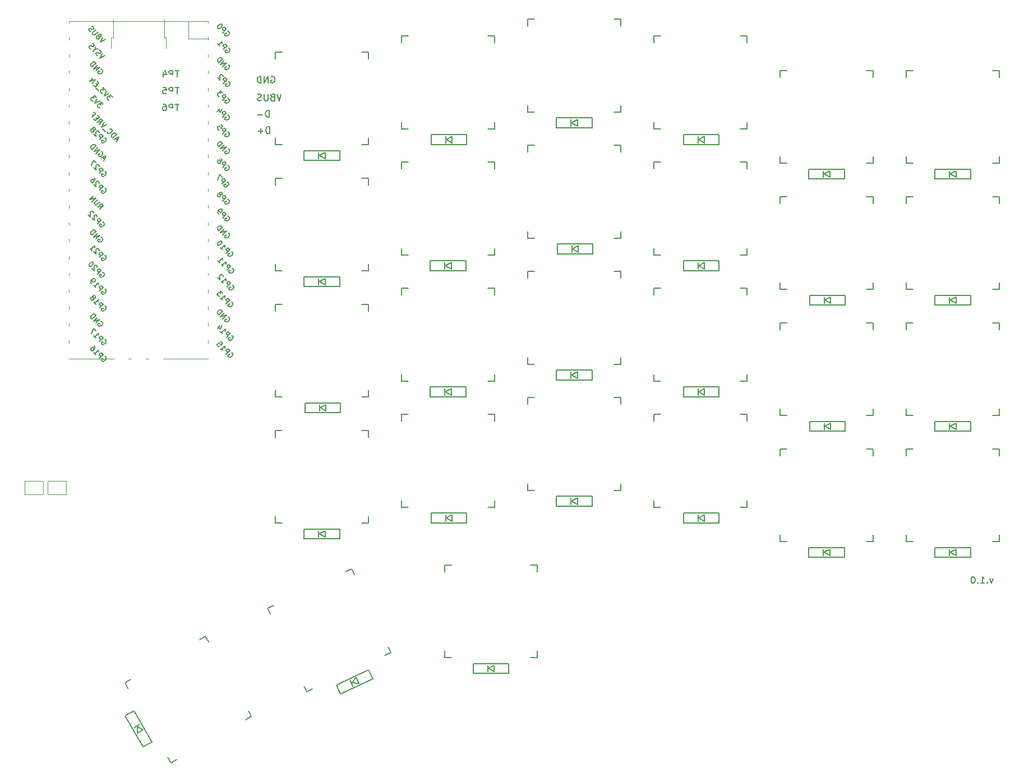
<source format=gbo>
G04 #@! TF.GenerationSoftware,KiCad,Pcbnew,(5.1.4)-1*
G04 #@! TF.CreationDate,2021-07-06T10:58:29+08:00*
G04 #@! TF.ProjectId,Split Keeb,53706c69-7420-44b6-9565-622e6b696361,rev?*
G04 #@! TF.SameCoordinates,Original*
G04 #@! TF.FileFunction,Legend,Bot*
G04 #@! TF.FilePolarity,Positive*
%FSLAX46Y46*%
G04 Gerber Fmt 4.6, Leading zero omitted, Abs format (unit mm)*
G04 Created by KiCad (PCBNEW (5.1.4)-1) date 2021-07-06 10:58:29*
%MOMM*%
%LPD*%
G04 APERTURE LIST*
%ADD10C,0.150000*%
%ADD11C,0.120000*%
%ADD12C,3.302000*%
%ADD13C,0.300000*%
%ADD14C,0.100000*%
%ADD15C,2.388000*%
%ADD16C,4.089800*%
%ADD17C,1.803800*%
%ADD18R,1.802000X1.802000*%
%ADD19O,1.802000X1.802000*%
%ADD20C,1.852000*%
%ADD21R,3.602000X1.802000*%
%ADD22R,1.802000X3.602000*%
%ADD23C,2.102000*%
%ADD24C,1.402000*%
%ADD25C,1.602000*%
%ADD26C,1.499000*%
%ADD27R,1.499000X1.499000*%
%ADD28R,1.402000X1.052000*%
%ADD29C,1.052000*%
G04 APERTURE END LIST*
D10*
X108919733Y-61199780D02*
X108586400Y-62199780D01*
X108253066Y-61199780D01*
X107586400Y-61675971D02*
X107443542Y-61723590D01*
X107395923Y-61771209D01*
X107348304Y-61866447D01*
X107348304Y-62009304D01*
X107395923Y-62104542D01*
X107443542Y-62152161D01*
X107538780Y-62199780D01*
X107919733Y-62199780D01*
X107919733Y-61199780D01*
X107586400Y-61199780D01*
X107491161Y-61247400D01*
X107443542Y-61295019D01*
X107395923Y-61390257D01*
X107395923Y-61485495D01*
X107443542Y-61580733D01*
X107491161Y-61628352D01*
X107586400Y-61675971D01*
X107919733Y-61675971D01*
X106919733Y-61199780D02*
X106919733Y-62009304D01*
X106872114Y-62104542D01*
X106824495Y-62152161D01*
X106729257Y-62199780D01*
X106538780Y-62199780D01*
X106443542Y-62152161D01*
X106395923Y-62104542D01*
X106348304Y-62009304D01*
X106348304Y-61199780D01*
X105919733Y-62152161D02*
X105776876Y-62199780D01*
X105538780Y-62199780D01*
X105443542Y-62152161D01*
X105395923Y-62104542D01*
X105348304Y-62009304D01*
X105348304Y-61914066D01*
X105395923Y-61818828D01*
X105443542Y-61771209D01*
X105538780Y-61723590D01*
X105729257Y-61675971D01*
X105824495Y-61628352D01*
X105872114Y-61580733D01*
X105919733Y-61485495D01*
X105919733Y-61390257D01*
X105872114Y-61295019D01*
X105824495Y-61247400D01*
X105729257Y-61199780D01*
X105491161Y-61199780D01*
X105348304Y-61247400D01*
X107179952Y-67152780D02*
X107179952Y-66152780D01*
X106941857Y-66152780D01*
X106799000Y-66200400D01*
X106703761Y-66295638D01*
X106656142Y-66390876D01*
X106608523Y-66581352D01*
X106608523Y-66724209D01*
X106656142Y-66914685D01*
X106703761Y-67009923D01*
X106799000Y-67105161D01*
X106941857Y-67152780D01*
X107179952Y-67152780D01*
X106179952Y-66771828D02*
X105418047Y-66771828D01*
X105799000Y-67152780D02*
X105799000Y-66390876D01*
X107103752Y-64688980D02*
X107103752Y-63688980D01*
X106865657Y-63688980D01*
X106722800Y-63736600D01*
X106627561Y-63831838D01*
X106579942Y-63927076D01*
X106532323Y-64117552D01*
X106532323Y-64260409D01*
X106579942Y-64450885D01*
X106627561Y-64546123D01*
X106722800Y-64641361D01*
X106865657Y-64688980D01*
X107103752Y-64688980D01*
X106103752Y-64308028D02*
X105341847Y-64308028D01*
X107391104Y-58555000D02*
X107486342Y-58507380D01*
X107629200Y-58507380D01*
X107772057Y-58555000D01*
X107867295Y-58650238D01*
X107914914Y-58745476D01*
X107962533Y-58935952D01*
X107962533Y-59078809D01*
X107914914Y-59269285D01*
X107867295Y-59364523D01*
X107772057Y-59459761D01*
X107629200Y-59507380D01*
X107533961Y-59507380D01*
X107391104Y-59459761D01*
X107343485Y-59412142D01*
X107343485Y-59078809D01*
X107533961Y-59078809D01*
X106914914Y-59507380D02*
X106914914Y-58507380D01*
X106343485Y-59507380D01*
X106343485Y-58507380D01*
X105867295Y-59507380D02*
X105867295Y-58507380D01*
X105629200Y-58507380D01*
X105486342Y-58555000D01*
X105391104Y-58650238D01*
X105343485Y-58745476D01*
X105295866Y-58935952D01*
X105295866Y-59078809D01*
X105343485Y-59269285D01*
X105391104Y-59364523D01*
X105486342Y-59459761D01*
X105629200Y-59507380D01*
X105867295Y-59507380D01*
X216372866Y-134405714D02*
X216134771Y-135072380D01*
X215896676Y-134405714D01*
X215515723Y-134977142D02*
X215468104Y-135024761D01*
X215515723Y-135072380D01*
X215563342Y-135024761D01*
X215515723Y-134977142D01*
X215515723Y-135072380D01*
X214515723Y-135072380D02*
X215087152Y-135072380D01*
X214801438Y-135072380D02*
X214801438Y-134072380D01*
X214896676Y-134215238D01*
X214991914Y-134310476D01*
X215087152Y-134358095D01*
X214087152Y-134977142D02*
X214039533Y-135024761D01*
X214087152Y-135072380D01*
X214134771Y-135024761D01*
X214087152Y-134977142D01*
X214087152Y-135072380D01*
X213420485Y-134072380D02*
X213325247Y-134072380D01*
X213230009Y-134120000D01*
X213182390Y-134167619D01*
X213134771Y-134262857D01*
X213087152Y-134453333D01*
X213087152Y-134691428D01*
X213134771Y-134881904D01*
X213182390Y-134977142D01*
X213230009Y-135024761D01*
X213325247Y-135072380D01*
X213420485Y-135072380D01*
X213515723Y-135024761D01*
X213563342Y-134977142D01*
X213610961Y-134881904D01*
X213658580Y-134691428D01*
X213658580Y-134453333D01*
X213610961Y-134262857D01*
X213563342Y-134167619D01*
X213515723Y-134120000D01*
X213420485Y-134072380D01*
D11*
X76457000Y-121675400D02*
X76457000Y-119675400D01*
X73657000Y-121675400D02*
X76457000Y-121675400D01*
X73657000Y-119675400D02*
X73657000Y-121675400D01*
X76457000Y-119675400D02*
X73657000Y-119675400D01*
X73002600Y-121675400D02*
X73002600Y-119675400D01*
X70202600Y-121675400D02*
X73002600Y-121675400D01*
X70202600Y-119675400D02*
X70202600Y-121675400D01*
X73002600Y-119675400D02*
X70202600Y-119675400D01*
D10*
X108062000Y-55849000D02*
X108062000Y-54849000D01*
X108062000Y-68849000D02*
X108062000Y-67849000D01*
X109062000Y-68849000D02*
X108062000Y-68849000D01*
X122062000Y-67849000D02*
X122062000Y-68849000D01*
X122062000Y-68849000D02*
X121062000Y-68849000D01*
X122062000Y-54849000D02*
X122062000Y-55849000D01*
X121062000Y-54849000D02*
X122062000Y-54849000D01*
X108062000Y-54849000D02*
X109062000Y-54849000D01*
X127112000Y-53436000D02*
X127112000Y-52436000D01*
X127112000Y-66436000D02*
X127112000Y-65436000D01*
X128112000Y-66436000D02*
X127112000Y-66436000D01*
X141112000Y-65436000D02*
X141112000Y-66436000D01*
X141112000Y-66436000D02*
X140112000Y-66436000D01*
X141112000Y-52436000D02*
X141112000Y-53436000D01*
X140112000Y-52436000D02*
X141112000Y-52436000D01*
X127112000Y-52436000D02*
X128112000Y-52436000D01*
X146162000Y-50896000D02*
X146162000Y-49896000D01*
X146162000Y-63896000D02*
X146162000Y-62896000D01*
X147162000Y-63896000D02*
X146162000Y-63896000D01*
X160162000Y-62896000D02*
X160162000Y-63896000D01*
X160162000Y-63896000D02*
X159162000Y-63896000D01*
X160162000Y-49896000D02*
X160162000Y-50896000D01*
X159162000Y-49896000D02*
X160162000Y-49896000D01*
X146162000Y-49896000D02*
X147162000Y-49896000D01*
X165212000Y-53436000D02*
X165212000Y-52436000D01*
X165212000Y-66436000D02*
X165212000Y-65436000D01*
X166212000Y-66436000D02*
X165212000Y-66436000D01*
X179212000Y-65436000D02*
X179212000Y-66436000D01*
X179212000Y-66436000D02*
X178212000Y-66436000D01*
X179212000Y-52436000D02*
X179212000Y-53436000D01*
X178212000Y-52436000D02*
X179212000Y-52436000D01*
X165212000Y-52436000D02*
X166212000Y-52436000D01*
X184262000Y-58643000D02*
X184262000Y-57643000D01*
X184262000Y-71643000D02*
X184262000Y-70643000D01*
X185262000Y-71643000D02*
X184262000Y-71643000D01*
X198262000Y-70643000D02*
X198262000Y-71643000D01*
X198262000Y-71643000D02*
X197262000Y-71643000D01*
X198262000Y-57643000D02*
X198262000Y-58643000D01*
X197262000Y-57643000D02*
X198262000Y-57643000D01*
X184262000Y-57643000D02*
X185262000Y-57643000D01*
X203312000Y-58643000D02*
X203312000Y-57643000D01*
X203312000Y-71643000D02*
X203312000Y-70643000D01*
X204312000Y-71643000D02*
X203312000Y-71643000D01*
X217312000Y-70643000D02*
X217312000Y-71643000D01*
X217312000Y-71643000D02*
X216312000Y-71643000D01*
X217312000Y-57643000D02*
X217312000Y-58643000D01*
X216312000Y-57643000D02*
X217312000Y-57643000D01*
X203312000Y-57643000D02*
X204312000Y-57643000D01*
X108062000Y-74899000D02*
X108062000Y-73899000D01*
X108062000Y-87899000D02*
X108062000Y-86899000D01*
X109062000Y-87899000D02*
X108062000Y-87899000D01*
X122062000Y-86899000D02*
X122062000Y-87899000D01*
X122062000Y-87899000D02*
X121062000Y-87899000D01*
X122062000Y-73899000D02*
X122062000Y-74899000D01*
X121062000Y-73899000D02*
X122062000Y-73899000D01*
X108062000Y-73899000D02*
X109062000Y-73899000D01*
X127112000Y-72486000D02*
X127112000Y-71486000D01*
X127112000Y-85486000D02*
X127112000Y-84486000D01*
X128112000Y-85486000D02*
X127112000Y-85486000D01*
X141112000Y-84486000D02*
X141112000Y-85486000D01*
X141112000Y-85486000D02*
X140112000Y-85486000D01*
X141112000Y-71486000D02*
X141112000Y-72486000D01*
X140112000Y-71486000D02*
X141112000Y-71486000D01*
X127112000Y-71486000D02*
X128112000Y-71486000D01*
X146162000Y-69946000D02*
X146162000Y-68946000D01*
X146162000Y-82946000D02*
X146162000Y-81946000D01*
X147162000Y-82946000D02*
X146162000Y-82946000D01*
X160162000Y-81946000D02*
X160162000Y-82946000D01*
X160162000Y-82946000D02*
X159162000Y-82946000D01*
X160162000Y-68946000D02*
X160162000Y-69946000D01*
X159162000Y-68946000D02*
X160162000Y-68946000D01*
X146162000Y-68946000D02*
X147162000Y-68946000D01*
X165212000Y-72486000D02*
X165212000Y-71486000D01*
X165212000Y-85486000D02*
X165212000Y-84486000D01*
X166212000Y-85486000D02*
X165212000Y-85486000D01*
X179212000Y-84486000D02*
X179212000Y-85486000D01*
X179212000Y-85486000D02*
X178212000Y-85486000D01*
X179212000Y-71486000D02*
X179212000Y-72486000D01*
X178212000Y-71486000D02*
X179212000Y-71486000D01*
X165212000Y-71486000D02*
X166212000Y-71486000D01*
X184262000Y-77693000D02*
X184262000Y-76693000D01*
X184262000Y-90693000D02*
X184262000Y-89693000D01*
X185262000Y-90693000D02*
X184262000Y-90693000D01*
X198262000Y-89693000D02*
X198262000Y-90693000D01*
X198262000Y-90693000D02*
X197262000Y-90693000D01*
X198262000Y-76693000D02*
X198262000Y-77693000D01*
X197262000Y-76693000D02*
X198262000Y-76693000D01*
X184262000Y-76693000D02*
X185262000Y-76693000D01*
X203312000Y-77693000D02*
X203312000Y-76693000D01*
X203312000Y-90693000D02*
X203312000Y-89693000D01*
X204312000Y-90693000D02*
X203312000Y-90693000D01*
X217312000Y-89693000D02*
X217312000Y-90693000D01*
X217312000Y-90693000D02*
X216312000Y-90693000D01*
X217312000Y-76693000D02*
X217312000Y-77693000D01*
X216312000Y-76693000D02*
X217312000Y-76693000D01*
X203312000Y-76693000D02*
X204312000Y-76693000D01*
X108062000Y-93949000D02*
X108062000Y-92949000D01*
X108062000Y-106949000D02*
X108062000Y-105949000D01*
X109062000Y-106949000D02*
X108062000Y-106949000D01*
X122062000Y-105949000D02*
X122062000Y-106949000D01*
X122062000Y-106949000D02*
X121062000Y-106949000D01*
X122062000Y-92949000D02*
X122062000Y-93949000D01*
X121062000Y-92949000D02*
X122062000Y-92949000D01*
X108062000Y-92949000D02*
X109062000Y-92949000D01*
X127112000Y-91536000D02*
X127112000Y-90536000D01*
X127112000Y-104536000D02*
X127112000Y-103536000D01*
X128112000Y-104536000D02*
X127112000Y-104536000D01*
X141112000Y-103536000D02*
X141112000Y-104536000D01*
X141112000Y-104536000D02*
X140112000Y-104536000D01*
X141112000Y-90536000D02*
X141112000Y-91536000D01*
X140112000Y-90536000D02*
X141112000Y-90536000D01*
X127112000Y-90536000D02*
X128112000Y-90536000D01*
X146162000Y-88996000D02*
X146162000Y-87996000D01*
X146162000Y-101996000D02*
X146162000Y-100996000D01*
X147162000Y-101996000D02*
X146162000Y-101996000D01*
X160162000Y-100996000D02*
X160162000Y-101996000D01*
X160162000Y-101996000D02*
X159162000Y-101996000D01*
X160162000Y-87996000D02*
X160162000Y-88996000D01*
X159162000Y-87996000D02*
X160162000Y-87996000D01*
X146162000Y-87996000D02*
X147162000Y-87996000D01*
X165212000Y-91536000D02*
X165212000Y-90536000D01*
X165212000Y-104536000D02*
X165212000Y-103536000D01*
X166212000Y-104536000D02*
X165212000Y-104536000D01*
X179212000Y-103536000D02*
X179212000Y-104536000D01*
X179212000Y-104536000D02*
X178212000Y-104536000D01*
X179212000Y-90536000D02*
X179212000Y-91536000D01*
X178212000Y-90536000D02*
X179212000Y-90536000D01*
X165212000Y-90536000D02*
X166212000Y-90536000D01*
X184262000Y-96743000D02*
X184262000Y-95743000D01*
X184262000Y-109743000D02*
X184262000Y-108743000D01*
X185262000Y-109743000D02*
X184262000Y-109743000D01*
X198262000Y-108743000D02*
X198262000Y-109743000D01*
X198262000Y-109743000D02*
X197262000Y-109743000D01*
X198262000Y-95743000D02*
X198262000Y-96743000D01*
X197262000Y-95743000D02*
X198262000Y-95743000D01*
X184262000Y-95743000D02*
X185262000Y-95743000D01*
X203312000Y-96743000D02*
X203312000Y-95743000D01*
X203312000Y-109743000D02*
X203312000Y-108743000D01*
X204312000Y-109743000D02*
X203312000Y-109743000D01*
X217312000Y-108743000D02*
X217312000Y-109743000D01*
X217312000Y-109743000D02*
X216312000Y-109743000D01*
X217312000Y-95743000D02*
X217312000Y-96743000D01*
X216312000Y-95743000D02*
X217312000Y-95743000D01*
X203312000Y-95743000D02*
X204312000Y-95743000D01*
X108062000Y-112999000D02*
X108062000Y-111999000D01*
X108062000Y-125999000D02*
X108062000Y-124999000D01*
X109062000Y-125999000D02*
X108062000Y-125999000D01*
X122062000Y-124999000D02*
X122062000Y-125999000D01*
X122062000Y-125999000D02*
X121062000Y-125999000D01*
X122062000Y-111999000D02*
X122062000Y-112999000D01*
X121062000Y-111999000D02*
X122062000Y-111999000D01*
X108062000Y-111999000D02*
X109062000Y-111999000D01*
X127112000Y-110586000D02*
X127112000Y-109586000D01*
X127112000Y-123586000D02*
X127112000Y-122586000D01*
X128112000Y-123586000D02*
X127112000Y-123586000D01*
X141112000Y-122586000D02*
X141112000Y-123586000D01*
X141112000Y-123586000D02*
X140112000Y-123586000D01*
X141112000Y-109586000D02*
X141112000Y-110586000D01*
X140112000Y-109586000D02*
X141112000Y-109586000D01*
X127112000Y-109586000D02*
X128112000Y-109586000D01*
X146162000Y-108046000D02*
X146162000Y-107046000D01*
X146162000Y-121046000D02*
X146162000Y-120046000D01*
X147162000Y-121046000D02*
X146162000Y-121046000D01*
X160162000Y-120046000D02*
X160162000Y-121046000D01*
X160162000Y-121046000D02*
X159162000Y-121046000D01*
X160162000Y-107046000D02*
X160162000Y-108046000D01*
X159162000Y-107046000D02*
X160162000Y-107046000D01*
X146162000Y-107046000D02*
X147162000Y-107046000D01*
X165212000Y-110586000D02*
X165212000Y-109586000D01*
X165212000Y-123586000D02*
X165212000Y-122586000D01*
X166212000Y-123586000D02*
X165212000Y-123586000D01*
X179212000Y-122586000D02*
X179212000Y-123586000D01*
X179212000Y-123586000D02*
X178212000Y-123586000D01*
X179212000Y-109586000D02*
X179212000Y-110586000D01*
X178212000Y-109586000D02*
X179212000Y-109586000D01*
X165212000Y-109586000D02*
X166212000Y-109586000D01*
X184262000Y-115793000D02*
X184262000Y-114793000D01*
X184262000Y-128793000D02*
X184262000Y-127793000D01*
X185262000Y-128793000D02*
X184262000Y-128793000D01*
X198262000Y-127793000D02*
X198262000Y-128793000D01*
X198262000Y-128793000D02*
X197262000Y-128793000D01*
X198262000Y-114793000D02*
X198262000Y-115793000D01*
X197262000Y-114793000D02*
X198262000Y-114793000D01*
X184262000Y-114793000D02*
X185262000Y-114793000D01*
X203312000Y-115793000D02*
X203312000Y-114793000D01*
X203312000Y-128793000D02*
X203312000Y-127793000D01*
X204312000Y-128793000D02*
X203312000Y-128793000D01*
X217312000Y-127793000D02*
X217312000Y-128793000D01*
X217312000Y-128793000D02*
X216312000Y-128793000D01*
X217312000Y-114793000D02*
X217312000Y-115793000D01*
X216312000Y-114793000D02*
X217312000Y-114793000D01*
X203312000Y-114793000D02*
X204312000Y-114793000D01*
X96565152Y-143590850D02*
X97431178Y-143090850D01*
X85306822Y-150090850D02*
X86172848Y-149590850D01*
X85806822Y-150956876D02*
X85306822Y-150090850D01*
X93172848Y-161715206D02*
X92306822Y-162215206D01*
X92306822Y-162215206D02*
X91806822Y-161349180D01*
X104431178Y-155215206D02*
X103565152Y-155715206D01*
X103931178Y-154349180D02*
X104431178Y-155215206D01*
X97431178Y-143090850D02*
X97931178Y-143956876D01*
X107254762Y-139720397D02*
X106832144Y-138814089D01*
X112748799Y-151502398D02*
X112326181Y-150596091D01*
X113655107Y-151079780D02*
X112748799Y-151502398D01*
X125014490Y-144679435D02*
X125437108Y-145585743D01*
X125437108Y-145585743D02*
X124530801Y-146008361D01*
X119520453Y-132897434D02*
X119943071Y-133803741D01*
X118614145Y-133320052D02*
X119520453Y-132897434D01*
X106832144Y-138814089D02*
X107738451Y-138391471D01*
X133589000Y-133319000D02*
X133589000Y-132319000D01*
X133589000Y-146319000D02*
X133589000Y-145319000D01*
X134589000Y-146319000D02*
X133589000Y-146319000D01*
X147589000Y-145319000D02*
X147589000Y-146319000D01*
X147589000Y-146319000D02*
X146589000Y-146319000D01*
X147589000Y-132319000D02*
X147589000Y-133319000D01*
X146589000Y-132319000D02*
X147589000Y-132319000D01*
X133589000Y-132319000D02*
X134589000Y-132319000D01*
D11*
X97876000Y-93292000D02*
X97876000Y-93692000D01*
X76876000Y-95792000D02*
X76876000Y-96192000D01*
X76876000Y-83092000D02*
X76876000Y-83492000D01*
X97876000Y-72992000D02*
X97876000Y-73392000D01*
X76876000Y-72992000D02*
X76876000Y-73392000D01*
X97876000Y-90792000D02*
X97876000Y-91192000D01*
X97876000Y-80592000D02*
X97876000Y-80992000D01*
X97876000Y-77992000D02*
X97876000Y-78392000D01*
X97876000Y-50192000D02*
X97876000Y-50492000D01*
X97876000Y-62792000D02*
X97876000Y-63192000D01*
X97876000Y-52859000D02*
X94869000Y-52859000D01*
X97876000Y-50192000D02*
X76876000Y-50192000D01*
X97876000Y-83092000D02*
X97876000Y-83492000D01*
X76876000Y-52592000D02*
X76876000Y-52992000D01*
X76876000Y-93292000D02*
X76876000Y-93692000D01*
X76876000Y-90792000D02*
X76876000Y-91192000D01*
X76876000Y-88192000D02*
X76876000Y-88592000D01*
X76876000Y-85692000D02*
X76876000Y-86092000D01*
X97876000Y-65292000D02*
X97876000Y-65692000D01*
X97876000Y-57692000D02*
X97876000Y-58092000D01*
X91076000Y-101192000D02*
X97876000Y-101192000D01*
X97876000Y-55192000D02*
X97876000Y-55592000D01*
X76876000Y-62792000D02*
X76876000Y-63192000D01*
X76876000Y-75492000D02*
X76876000Y-75892000D01*
X76876000Y-55192000D02*
X76876000Y-55592000D01*
X97876000Y-60292000D02*
X97876000Y-60692000D01*
X76876000Y-57692000D02*
X76876000Y-58092000D01*
X86276000Y-101192000D02*
X85876000Y-101192000D01*
X76876000Y-50192000D02*
X76876000Y-50492000D01*
X76876000Y-98392000D02*
X76876000Y-98792000D01*
X76876000Y-101192000D02*
X83676000Y-101192000D01*
X76876000Y-80592000D02*
X76876000Y-80992000D01*
X97876000Y-95792000D02*
X97876000Y-96192000D01*
X76876000Y-77992000D02*
X76876000Y-78392000D01*
X76876000Y-70392000D02*
X76876000Y-70792000D01*
X97876000Y-52592000D02*
X97876000Y-52992000D01*
X97876000Y-67892000D02*
X97876000Y-68292000D01*
X76876000Y-67892000D02*
X76876000Y-68292000D01*
X97876000Y-70392000D02*
X97876000Y-70792000D01*
X88876000Y-101192000D02*
X88476000Y-101192000D01*
X76876000Y-65292000D02*
X76876000Y-65692000D01*
X97876000Y-88192000D02*
X97876000Y-88592000D01*
X97876000Y-85692000D02*
X97876000Y-86092000D01*
X97876000Y-75492000D02*
X97876000Y-75892000D01*
X76876000Y-60292000D02*
X76876000Y-60692000D01*
X97876000Y-98392000D02*
X97876000Y-98792000D01*
X94869000Y-52859000D02*
X94869000Y-50192000D01*
X91226000Y-52682000D02*
X91526000Y-52682000D01*
X83526000Y-49882000D02*
X83526000Y-52682000D01*
X91526000Y-52682000D02*
X91526000Y-54232000D01*
X83226000Y-52682000D02*
X83226000Y-54232000D01*
X91226000Y-49882000D02*
X91226000Y-52682000D01*
X83226000Y-52682000D02*
X83526000Y-52682000D01*
D10*
X143289000Y-148705000D02*
X143289000Y-147205000D01*
X137889000Y-148705000D02*
X143289000Y-148705000D01*
X137889000Y-147205000D02*
X137889000Y-148705000D01*
X143289000Y-147205000D02*
X137889000Y-147205000D01*
X140089000Y-147455000D02*
X140089000Y-148455000D01*
X141089000Y-148455000D02*
X140189000Y-147955000D01*
X141089000Y-147455000D02*
X141089000Y-148455000D01*
X140189000Y-147955000D02*
X141089000Y-147455000D01*
X122751330Y-149510021D02*
X122117402Y-148150559D01*
X117857268Y-151792159D02*
X122751330Y-149510021D01*
X117223340Y-150432697D02*
X117857268Y-151792159D01*
X122117402Y-148150559D02*
X117223340Y-150432697D01*
X119322872Y-149729514D02*
X119745490Y-150635822D01*
X120651798Y-150213204D02*
X119624812Y-150140406D01*
X120229180Y-149306896D02*
X120651798Y-150213204D01*
X119624812Y-150140406D02*
X120229180Y-149306896D01*
X88070315Y-159800431D02*
X89369353Y-159050431D01*
X85370315Y-155123893D02*
X88070315Y-159800431D01*
X86669353Y-154373893D02*
X85370315Y-155123893D01*
X89369353Y-159050431D02*
X86669353Y-154373893D01*
X87552847Y-156404149D02*
X86686821Y-156904149D01*
X87186821Y-157770175D02*
X87169834Y-156740752D01*
X88052847Y-157270175D02*
X87186821Y-157770175D01*
X87169834Y-156740752D02*
X88052847Y-157270175D01*
X213012000Y-131179000D02*
X213012000Y-129679000D01*
X207612000Y-131179000D02*
X213012000Y-131179000D01*
X207612000Y-129679000D02*
X207612000Y-131179000D01*
X213012000Y-129679000D02*
X207612000Y-129679000D01*
X209812000Y-129929000D02*
X209812000Y-130929000D01*
X210812000Y-130929000D02*
X209912000Y-130429000D01*
X210812000Y-129929000D02*
X210812000Y-130929000D01*
X209912000Y-130429000D02*
X210812000Y-129929000D01*
X193962000Y-131179000D02*
X193962000Y-129679000D01*
X188562000Y-131179000D02*
X193962000Y-131179000D01*
X188562000Y-129679000D02*
X188562000Y-131179000D01*
X193962000Y-129679000D02*
X188562000Y-129679000D01*
X190762000Y-129929000D02*
X190762000Y-130929000D01*
X191762000Y-130929000D02*
X190862000Y-130429000D01*
X191762000Y-129929000D02*
X191762000Y-130929000D01*
X190862000Y-130429000D02*
X191762000Y-129929000D01*
X175036000Y-125972000D02*
X175036000Y-124472000D01*
X169636000Y-125972000D02*
X175036000Y-125972000D01*
X169636000Y-124472000D02*
X169636000Y-125972000D01*
X175036000Y-124472000D02*
X169636000Y-124472000D01*
X171836000Y-124722000D02*
X171836000Y-125722000D01*
X172836000Y-125722000D02*
X171936000Y-125222000D01*
X172836000Y-124722000D02*
X172836000Y-125722000D01*
X171936000Y-125222000D02*
X172836000Y-124722000D01*
X155862000Y-123432000D02*
X155862000Y-121932000D01*
X150462000Y-123432000D02*
X155862000Y-123432000D01*
X150462000Y-121932000D02*
X150462000Y-123432000D01*
X155862000Y-121932000D02*
X150462000Y-121932000D01*
X152662000Y-122182000D02*
X152662000Y-123182000D01*
X153662000Y-123182000D02*
X152762000Y-122682000D01*
X153662000Y-122182000D02*
X153662000Y-123182000D01*
X152762000Y-122682000D02*
X153662000Y-122182000D01*
X136939000Y-125972000D02*
X136939000Y-124472000D01*
X131539000Y-125972000D02*
X136939000Y-125972000D01*
X131539000Y-124472000D02*
X131539000Y-125972000D01*
X136939000Y-124472000D02*
X131539000Y-124472000D01*
X133739000Y-124722000D02*
X133739000Y-125722000D01*
X134739000Y-125722000D02*
X133839000Y-125222000D01*
X134739000Y-124722000D02*
X134739000Y-125722000D01*
X133839000Y-125222000D02*
X134739000Y-124722000D01*
X117762000Y-128385000D02*
X117762000Y-126885000D01*
X112362000Y-128385000D02*
X117762000Y-128385000D01*
X112362000Y-126885000D02*
X112362000Y-128385000D01*
X117762000Y-126885000D02*
X112362000Y-126885000D01*
X114562000Y-127135000D02*
X114562000Y-128135000D01*
X115562000Y-128135000D02*
X114662000Y-127635000D01*
X115562000Y-127135000D02*
X115562000Y-128135000D01*
X114662000Y-127635000D02*
X115562000Y-127135000D01*
X213012000Y-112129000D02*
X213012000Y-110629000D01*
X207612000Y-112129000D02*
X213012000Y-112129000D01*
X207612000Y-110629000D02*
X207612000Y-112129000D01*
X213012000Y-110629000D02*
X207612000Y-110629000D01*
X209812000Y-110879000D02*
X209812000Y-111879000D01*
X210812000Y-111879000D02*
X209912000Y-111379000D01*
X210812000Y-110879000D02*
X210812000Y-111879000D01*
X209912000Y-111379000D02*
X210812000Y-110879000D01*
X194089000Y-112129000D02*
X194089000Y-110629000D01*
X188689000Y-112129000D02*
X194089000Y-112129000D01*
X188689000Y-110629000D02*
X188689000Y-112129000D01*
X194089000Y-110629000D02*
X188689000Y-110629000D01*
X190889000Y-110879000D02*
X190889000Y-111879000D01*
X191889000Y-111879000D02*
X190989000Y-111379000D01*
X191889000Y-110879000D02*
X191889000Y-111879000D01*
X190989000Y-111379000D02*
X191889000Y-110879000D01*
X175039000Y-106922000D02*
X175039000Y-105422000D01*
X169639000Y-106922000D02*
X175039000Y-106922000D01*
X169639000Y-105422000D02*
X169639000Y-106922000D01*
X175039000Y-105422000D02*
X169639000Y-105422000D01*
X171839000Y-105672000D02*
X171839000Y-106672000D01*
X172839000Y-106672000D02*
X171939000Y-106172000D01*
X172839000Y-105672000D02*
X172839000Y-106672000D01*
X171939000Y-106172000D02*
X172839000Y-105672000D01*
X155862000Y-104382000D02*
X155862000Y-102882000D01*
X150462000Y-104382000D02*
X155862000Y-104382000D01*
X150462000Y-102882000D02*
X150462000Y-104382000D01*
X155862000Y-102882000D02*
X150462000Y-102882000D01*
X152662000Y-103132000D02*
X152662000Y-104132000D01*
X153662000Y-104132000D02*
X152762000Y-103632000D01*
X153662000Y-103132000D02*
X153662000Y-104132000D01*
X152762000Y-103632000D02*
X153662000Y-103132000D01*
X136812000Y-106922000D02*
X136812000Y-105422000D01*
X131412000Y-106922000D02*
X136812000Y-106922000D01*
X131412000Y-105422000D02*
X131412000Y-106922000D01*
X136812000Y-105422000D02*
X131412000Y-105422000D01*
X133612000Y-105672000D02*
X133612000Y-106672000D01*
X134612000Y-106672000D02*
X133712000Y-106172000D01*
X134612000Y-105672000D02*
X134612000Y-106672000D01*
X133712000Y-106172000D02*
X134612000Y-105672000D01*
X117889000Y-109335000D02*
X117889000Y-107835000D01*
X112489000Y-109335000D02*
X117889000Y-109335000D01*
X112489000Y-107835000D02*
X112489000Y-109335000D01*
X117889000Y-107835000D02*
X112489000Y-107835000D01*
X114689000Y-108085000D02*
X114689000Y-109085000D01*
X115689000Y-109085000D02*
X114789000Y-108585000D01*
X115689000Y-108085000D02*
X115689000Y-109085000D01*
X114789000Y-108585000D02*
X115689000Y-108085000D01*
X213012000Y-93079000D02*
X213012000Y-91579000D01*
X207612000Y-93079000D02*
X213012000Y-93079000D01*
X207612000Y-91579000D02*
X207612000Y-93079000D01*
X213012000Y-91579000D02*
X207612000Y-91579000D01*
X209812000Y-91829000D02*
X209812000Y-92829000D01*
X210812000Y-92829000D02*
X209912000Y-92329000D01*
X210812000Y-91829000D02*
X210812000Y-92829000D01*
X209912000Y-92329000D02*
X210812000Y-91829000D01*
X194089000Y-93079000D02*
X194089000Y-91579000D01*
X188689000Y-93079000D02*
X194089000Y-93079000D01*
X188689000Y-91579000D02*
X188689000Y-93079000D01*
X194089000Y-91579000D02*
X188689000Y-91579000D01*
X190889000Y-91829000D02*
X190889000Y-92829000D01*
X191889000Y-92829000D02*
X190989000Y-92329000D01*
X191889000Y-91829000D02*
X191889000Y-92829000D01*
X190989000Y-92329000D02*
X191889000Y-91829000D01*
X175039000Y-87872000D02*
X175039000Y-86372000D01*
X169639000Y-87872000D02*
X175039000Y-87872000D01*
X169639000Y-86372000D02*
X169639000Y-87872000D01*
X175039000Y-86372000D02*
X169639000Y-86372000D01*
X171839000Y-86622000D02*
X171839000Y-87622000D01*
X172839000Y-87622000D02*
X171939000Y-87122000D01*
X172839000Y-86622000D02*
X172839000Y-87622000D01*
X171939000Y-87122000D02*
X172839000Y-86622000D01*
X155989000Y-85332000D02*
X155989000Y-83832000D01*
X150589000Y-85332000D02*
X155989000Y-85332000D01*
X150589000Y-83832000D02*
X150589000Y-85332000D01*
X155989000Y-83832000D02*
X150589000Y-83832000D01*
X152789000Y-84082000D02*
X152789000Y-85082000D01*
X153789000Y-85082000D02*
X152889000Y-84582000D01*
X153789000Y-84082000D02*
X153789000Y-85082000D01*
X152889000Y-84582000D02*
X153789000Y-84082000D01*
X136812000Y-87872000D02*
X136812000Y-86372000D01*
X131412000Y-87872000D02*
X136812000Y-87872000D01*
X131412000Y-86372000D02*
X131412000Y-87872000D01*
X136812000Y-86372000D02*
X131412000Y-86372000D01*
X133612000Y-86622000D02*
X133612000Y-87622000D01*
X134612000Y-87622000D02*
X133712000Y-87122000D01*
X134612000Y-86622000D02*
X134612000Y-87622000D01*
X133712000Y-87122000D02*
X134612000Y-86622000D01*
X117762000Y-90285000D02*
X117762000Y-88785000D01*
X112362000Y-90285000D02*
X117762000Y-90285000D01*
X112362000Y-88785000D02*
X112362000Y-90285000D01*
X117762000Y-88785000D02*
X112362000Y-88785000D01*
X114562000Y-89035000D02*
X114562000Y-90035000D01*
X115562000Y-90035000D02*
X114662000Y-89535000D01*
X115562000Y-89035000D02*
X115562000Y-90035000D01*
X114662000Y-89535000D02*
X115562000Y-89035000D01*
X213012000Y-74029000D02*
X213012000Y-72529000D01*
X207612000Y-74029000D02*
X213012000Y-74029000D01*
X207612000Y-72529000D02*
X207612000Y-74029000D01*
X213012000Y-72529000D02*
X207612000Y-72529000D01*
X209812000Y-72779000D02*
X209812000Y-73779000D01*
X210812000Y-73779000D02*
X209912000Y-73279000D01*
X210812000Y-72779000D02*
X210812000Y-73779000D01*
X209912000Y-73279000D02*
X210812000Y-72779000D01*
X193962000Y-74029000D02*
X193962000Y-72529000D01*
X188562000Y-74029000D02*
X193962000Y-74029000D01*
X188562000Y-72529000D02*
X188562000Y-74029000D01*
X193962000Y-72529000D02*
X188562000Y-72529000D01*
X190762000Y-72779000D02*
X190762000Y-73779000D01*
X191762000Y-73779000D02*
X190862000Y-73279000D01*
X191762000Y-72779000D02*
X191762000Y-73779000D01*
X190862000Y-73279000D02*
X191762000Y-72779000D01*
X175042000Y-68822000D02*
X175042000Y-67322000D01*
X169642000Y-68822000D02*
X175042000Y-68822000D01*
X169642000Y-67322000D02*
X169642000Y-68822000D01*
X175042000Y-67322000D02*
X169642000Y-67322000D01*
X171842000Y-67572000D02*
X171842000Y-68572000D01*
X172842000Y-68572000D02*
X171942000Y-68072000D01*
X172842000Y-67572000D02*
X172842000Y-68572000D01*
X171942000Y-68072000D02*
X172842000Y-67572000D01*
X155862000Y-66282000D02*
X155862000Y-64782000D01*
X150462000Y-66282000D02*
X155862000Y-66282000D01*
X150462000Y-64782000D02*
X150462000Y-66282000D01*
X155862000Y-64782000D02*
X150462000Y-64782000D01*
X152662000Y-65032000D02*
X152662000Y-66032000D01*
X153662000Y-66032000D02*
X152762000Y-65532000D01*
X153662000Y-65032000D02*
X153662000Y-66032000D01*
X152762000Y-65532000D02*
X153662000Y-65032000D01*
X136939000Y-68822000D02*
X136939000Y-67322000D01*
X131539000Y-68822000D02*
X136939000Y-68822000D01*
X131539000Y-67322000D02*
X131539000Y-68822000D01*
X136939000Y-67322000D02*
X131539000Y-67322000D01*
X133739000Y-67572000D02*
X133739000Y-68572000D01*
X134739000Y-68572000D02*
X133839000Y-68072000D01*
X134739000Y-67572000D02*
X134739000Y-68572000D01*
X133839000Y-68072000D02*
X134739000Y-67572000D01*
X117762000Y-71235000D02*
X117762000Y-69735000D01*
X112362000Y-71235000D02*
X117762000Y-71235000D01*
X112362000Y-69735000D02*
X112362000Y-71235000D01*
X117762000Y-69735000D02*
X112362000Y-69735000D01*
X114562000Y-69985000D02*
X114562000Y-70985000D01*
X115562000Y-70985000D02*
X114662000Y-70485000D01*
X115562000Y-69985000D02*
X115562000Y-70985000D01*
X114662000Y-70485000D02*
X115562000Y-69985000D01*
X82263277Y-75447592D02*
X82344089Y-75474529D01*
X82424902Y-75555341D01*
X82478776Y-75663091D01*
X82478776Y-75770841D01*
X82451839Y-75851653D01*
X82371027Y-75986340D01*
X82290215Y-76067152D01*
X82155528Y-76147964D01*
X82074715Y-76174902D01*
X81966966Y-76174902D01*
X81859216Y-76121027D01*
X81805341Y-76067152D01*
X81751467Y-75959402D01*
X81751467Y-75905528D01*
X81940028Y-75716966D01*
X82047778Y-75824715D01*
X81455155Y-75716966D02*
X82020841Y-75151280D01*
X81805341Y-74935781D01*
X81724529Y-74908844D01*
X81670654Y-74908844D01*
X81589842Y-74935781D01*
X81509030Y-75016593D01*
X81482093Y-75097406D01*
X81482093Y-75151280D01*
X81509030Y-75232093D01*
X81724529Y-75447592D01*
X81428218Y-74666407D02*
X81428218Y-74612532D01*
X81401280Y-74531720D01*
X81266593Y-74397033D01*
X81185781Y-74370096D01*
X81131906Y-74370096D01*
X81051094Y-74397033D01*
X80997219Y-74450908D01*
X80943345Y-74558658D01*
X80943345Y-75205155D01*
X80593158Y-74854969D01*
X80673971Y-73804410D02*
X80781720Y-73912160D01*
X80808658Y-73992972D01*
X80808658Y-74046847D01*
X80781720Y-74181534D01*
X80700908Y-74316221D01*
X80485409Y-74531720D01*
X80404597Y-74558658D01*
X80350722Y-74558658D01*
X80269910Y-74531720D01*
X80162160Y-74423971D01*
X80135223Y-74343158D01*
X80135223Y-74289284D01*
X80162160Y-74208471D01*
X80296847Y-74073784D01*
X80377659Y-74046847D01*
X80431534Y-74046847D01*
X80512346Y-74073784D01*
X80620096Y-74181534D01*
X80647033Y-74262346D01*
X80647033Y-74316221D01*
X80620096Y-74397033D01*
X82263277Y-67827592D02*
X82344089Y-67854529D01*
X82424902Y-67935341D01*
X82478776Y-68043091D01*
X82478776Y-68150841D01*
X82451839Y-68231653D01*
X82371027Y-68366340D01*
X82290215Y-68447152D01*
X82155528Y-68527964D01*
X82074715Y-68554902D01*
X81966966Y-68554902D01*
X81859216Y-68501027D01*
X81805341Y-68447152D01*
X81751467Y-68339402D01*
X81751467Y-68285528D01*
X81940028Y-68096966D01*
X82047778Y-68204715D01*
X81455155Y-68096966D02*
X82020841Y-67531280D01*
X81805341Y-67315781D01*
X81724529Y-67288844D01*
X81670654Y-67288844D01*
X81589842Y-67315781D01*
X81509030Y-67396593D01*
X81482093Y-67477406D01*
X81482093Y-67531280D01*
X81509030Y-67612093D01*
X81724529Y-67827592D01*
X81428218Y-67046407D02*
X81428218Y-66992532D01*
X81401280Y-66911720D01*
X81266593Y-66777033D01*
X81185781Y-66750096D01*
X81131906Y-66750096D01*
X81051094Y-66777033D01*
X80997219Y-66830908D01*
X80943345Y-66938658D01*
X80943345Y-67585155D01*
X80593158Y-67234969D01*
X80593158Y-66588471D02*
X80673971Y-66615409D01*
X80727845Y-66615409D01*
X80808658Y-66588471D01*
X80835595Y-66561534D01*
X80862532Y-66480722D01*
X80862532Y-66426847D01*
X80835595Y-66346035D01*
X80727845Y-66238285D01*
X80647033Y-66211348D01*
X80593158Y-66211348D01*
X80512346Y-66238285D01*
X80485409Y-66265223D01*
X80458471Y-66346035D01*
X80458471Y-66399910D01*
X80485409Y-66480722D01*
X80593158Y-66588471D01*
X80620096Y-66669284D01*
X80620096Y-66723158D01*
X80593158Y-66803971D01*
X80485409Y-66911720D01*
X80404597Y-66938658D01*
X80350722Y-66938658D01*
X80269910Y-66911720D01*
X80162160Y-66803971D01*
X80135223Y-66723158D01*
X80135223Y-66669284D01*
X80162160Y-66588471D01*
X80269910Y-66480722D01*
X80350722Y-66453784D01*
X80404597Y-66453784D01*
X80485409Y-66480722D01*
X100862903Y-61843218D02*
X100943715Y-61870155D01*
X101024528Y-61950967D01*
X101078402Y-62058717D01*
X101078402Y-62166467D01*
X101051465Y-62247279D01*
X100970653Y-62381966D01*
X100889841Y-62462778D01*
X100755154Y-62543590D01*
X100674341Y-62570528D01*
X100566592Y-62570528D01*
X100458842Y-62516653D01*
X100404967Y-62462778D01*
X100351093Y-62355028D01*
X100351093Y-62301154D01*
X100539654Y-62112592D01*
X100647404Y-62220341D01*
X100054781Y-62112592D02*
X100620467Y-61546906D01*
X100404967Y-61331407D01*
X100324155Y-61304470D01*
X100270280Y-61304470D01*
X100189468Y-61331407D01*
X100108656Y-61412219D01*
X100081719Y-61493032D01*
X100081719Y-61546906D01*
X100108656Y-61627719D01*
X100324155Y-61843218D01*
X100108656Y-61035096D02*
X99758470Y-60684910D01*
X99731532Y-61088971D01*
X99650720Y-61008158D01*
X99569908Y-60981221D01*
X99516033Y-60981221D01*
X99435221Y-61008158D01*
X99300534Y-61142845D01*
X99273597Y-61223658D01*
X99273597Y-61277532D01*
X99300534Y-61358345D01*
X99462158Y-61519969D01*
X99542971Y-61546906D01*
X99596845Y-61546906D01*
X101532277Y-90052592D02*
X101613089Y-90079529D01*
X101693902Y-90160341D01*
X101747776Y-90268091D01*
X101747776Y-90375841D01*
X101720839Y-90456653D01*
X101640027Y-90591340D01*
X101559215Y-90672152D01*
X101424528Y-90752964D01*
X101343715Y-90779902D01*
X101235966Y-90779902D01*
X101128216Y-90726027D01*
X101074341Y-90672152D01*
X101020467Y-90564402D01*
X101020467Y-90510528D01*
X101209028Y-90321966D01*
X101316778Y-90429715D01*
X100724155Y-90321966D02*
X101289841Y-89756280D01*
X101074341Y-89540781D01*
X100993529Y-89513844D01*
X100939654Y-89513844D01*
X100858842Y-89540781D01*
X100778030Y-89621593D01*
X100751093Y-89702406D01*
X100751093Y-89756280D01*
X100778030Y-89837093D01*
X100993529Y-90052592D01*
X99862158Y-89459969D02*
X100185407Y-89783218D01*
X100023783Y-89621593D02*
X100589468Y-89055908D01*
X100562531Y-89190595D01*
X100562531Y-89298345D01*
X100589468Y-89379157D01*
X100158470Y-88732659D02*
X100158470Y-88678784D01*
X100131532Y-88597972D01*
X99996845Y-88463285D01*
X99916033Y-88436348D01*
X99862158Y-88436348D01*
X99781346Y-88463285D01*
X99727471Y-88517160D01*
X99673597Y-88624910D01*
X99673597Y-89271407D01*
X99323410Y-88921221D01*
X101386277Y-100212592D02*
X101467089Y-100239529D01*
X101547902Y-100320341D01*
X101601776Y-100428091D01*
X101601776Y-100535841D01*
X101574839Y-100616653D01*
X101494027Y-100751340D01*
X101413215Y-100832152D01*
X101278528Y-100912964D01*
X101197715Y-100939902D01*
X101089966Y-100939902D01*
X100982216Y-100886027D01*
X100928341Y-100832152D01*
X100874467Y-100724402D01*
X100874467Y-100670528D01*
X101063028Y-100481966D01*
X101170778Y-100589715D01*
X100578155Y-100481966D02*
X101143841Y-99916280D01*
X100928341Y-99700781D01*
X100847529Y-99673844D01*
X100793654Y-99673844D01*
X100712842Y-99700781D01*
X100632030Y-99781593D01*
X100605093Y-99862406D01*
X100605093Y-99916280D01*
X100632030Y-99997093D01*
X100847529Y-100212592D01*
X99716158Y-99619969D02*
X100039407Y-99943218D01*
X99877783Y-99781593D02*
X100443468Y-99215908D01*
X100416531Y-99350595D01*
X100416531Y-99458345D01*
X100443468Y-99539157D01*
X99770033Y-98542473D02*
X100039407Y-98811847D01*
X99796971Y-99108158D01*
X99796971Y-99054284D01*
X99770033Y-98973471D01*
X99635346Y-98838784D01*
X99554534Y-98811847D01*
X99500659Y-98811847D01*
X99419847Y-98838784D01*
X99285160Y-98973471D01*
X99258223Y-99054284D01*
X99258223Y-99108158D01*
X99285160Y-99188971D01*
X99419847Y-99323658D01*
X99500659Y-99350595D01*
X99554534Y-99350595D01*
X101432277Y-97672592D02*
X101513089Y-97699529D01*
X101593902Y-97780341D01*
X101647776Y-97888091D01*
X101647776Y-97995841D01*
X101620839Y-98076653D01*
X101540027Y-98211340D01*
X101459215Y-98292152D01*
X101324528Y-98372964D01*
X101243715Y-98399902D01*
X101135966Y-98399902D01*
X101028216Y-98346027D01*
X100974341Y-98292152D01*
X100920467Y-98184402D01*
X100920467Y-98130528D01*
X101109028Y-97941966D01*
X101216778Y-98049715D01*
X100624155Y-97941966D02*
X101189841Y-97376280D01*
X100974341Y-97160781D01*
X100893529Y-97133844D01*
X100839654Y-97133844D01*
X100758842Y-97160781D01*
X100678030Y-97241593D01*
X100651093Y-97322406D01*
X100651093Y-97376280D01*
X100678030Y-97457093D01*
X100893529Y-97672592D01*
X99762158Y-97079969D02*
X100085407Y-97403218D01*
X99923783Y-97241593D02*
X100489468Y-96675908D01*
X100462531Y-96810595D01*
X100462531Y-96918345D01*
X100489468Y-96999157D01*
X99654409Y-96217972D02*
X99277285Y-96595096D01*
X100004595Y-96137160D02*
X99735221Y-96675908D01*
X99385035Y-96325722D01*
X100889841Y-69490155D02*
X100970653Y-69517093D01*
X101051465Y-69597905D01*
X101105340Y-69705654D01*
X101105340Y-69813404D01*
X101078402Y-69894216D01*
X100997590Y-70028903D01*
X100916778Y-70109715D01*
X100782091Y-70190528D01*
X100701279Y-70217465D01*
X100593529Y-70217465D01*
X100485780Y-70163590D01*
X100431905Y-70109715D01*
X100378030Y-70001966D01*
X100378030Y-69948091D01*
X100566592Y-69759529D01*
X100674341Y-69867279D01*
X100081719Y-69759529D02*
X100647404Y-69193844D01*
X99758470Y-69436280D01*
X100324155Y-68870595D01*
X99489096Y-69166906D02*
X100054781Y-68601221D01*
X99920094Y-68466534D01*
X99812345Y-68412659D01*
X99704595Y-68412659D01*
X99623783Y-68439597D01*
X99489096Y-68520409D01*
X99408284Y-68601221D01*
X99327471Y-68735908D01*
X99300534Y-68816720D01*
X99300534Y-68924470D01*
X99354409Y-69032219D01*
X99489096Y-69166906D01*
X82263277Y-72907592D02*
X82344089Y-72934529D01*
X82424902Y-73015341D01*
X82478776Y-73123091D01*
X82478776Y-73230841D01*
X82451839Y-73311653D01*
X82371027Y-73446340D01*
X82290215Y-73527152D01*
X82155528Y-73607964D01*
X82074715Y-73634902D01*
X81966966Y-73634902D01*
X81859216Y-73581027D01*
X81805341Y-73527152D01*
X81751467Y-73419402D01*
X81751467Y-73365528D01*
X81940028Y-73176966D01*
X82047778Y-73284715D01*
X81455155Y-73176966D02*
X82020841Y-72611280D01*
X81805341Y-72395781D01*
X81724529Y-72368844D01*
X81670654Y-72368844D01*
X81589842Y-72395781D01*
X81509030Y-72476593D01*
X81482093Y-72557406D01*
X81482093Y-72611280D01*
X81509030Y-72692093D01*
X81724529Y-72907592D01*
X81428218Y-72126407D02*
X81428218Y-72072532D01*
X81401280Y-71991720D01*
X81266593Y-71857033D01*
X81185781Y-71830096D01*
X81131906Y-71830096D01*
X81051094Y-71857033D01*
X80997219Y-71910908D01*
X80943345Y-72018658D01*
X80943345Y-72665155D01*
X80593158Y-72314969D01*
X80970282Y-71560722D02*
X80593158Y-71183598D01*
X80269910Y-71991720D01*
X82372870Y-52924309D02*
X81618622Y-53301433D01*
X81995746Y-52547186D01*
X81349248Y-52439436D02*
X81241499Y-52385561D01*
X81187624Y-52385561D01*
X81106812Y-52412499D01*
X81026000Y-52493311D01*
X80999062Y-52574123D01*
X80999062Y-52627998D01*
X81026000Y-52708810D01*
X81241499Y-52924309D01*
X81807184Y-52358624D01*
X81618622Y-52170062D01*
X81537810Y-52143125D01*
X81483935Y-52143125D01*
X81403123Y-52170062D01*
X81349248Y-52223937D01*
X81322311Y-52304749D01*
X81322311Y-52358624D01*
X81349248Y-52439436D01*
X81537810Y-52627998D01*
X81241499Y-51792938D02*
X80783563Y-52250874D01*
X80702751Y-52277812D01*
X80648876Y-52277812D01*
X80568064Y-52250874D01*
X80460314Y-52143125D01*
X80433377Y-52062312D01*
X80433377Y-52008438D01*
X80460314Y-51927625D01*
X80918250Y-51469690D01*
X80137065Y-51766001D02*
X80029316Y-51712126D01*
X79894629Y-51577439D01*
X79867691Y-51496627D01*
X79867691Y-51442752D01*
X79894629Y-51361940D01*
X79948503Y-51308065D01*
X80029316Y-51281128D01*
X80083190Y-51281128D01*
X80164003Y-51308065D01*
X80298690Y-51388877D01*
X80379502Y-51415815D01*
X80433377Y-51415815D01*
X80514189Y-51388877D01*
X80568064Y-51335003D01*
X80595001Y-51254190D01*
X80595001Y-51200316D01*
X80568064Y-51119503D01*
X80433377Y-50984816D01*
X80325627Y-50930942D01*
X82036152Y-62747592D02*
X81685966Y-62397406D01*
X81659028Y-62801467D01*
X81578216Y-62720654D01*
X81497404Y-62693717D01*
X81443529Y-62693717D01*
X81362717Y-62720654D01*
X81228030Y-62855341D01*
X81201093Y-62936154D01*
X81201093Y-62990028D01*
X81228030Y-63070841D01*
X81389654Y-63232465D01*
X81470467Y-63259402D01*
X81524341Y-63259402D01*
X81524341Y-62235781D02*
X80770094Y-62612905D01*
X81147218Y-61858658D01*
X81012531Y-61723971D02*
X80662345Y-61373784D01*
X80635407Y-61777845D01*
X80554595Y-61697033D01*
X80473783Y-61670096D01*
X80419908Y-61670096D01*
X80339096Y-61697033D01*
X80204409Y-61831720D01*
X80177471Y-61912532D01*
X80177471Y-61966407D01*
X80204409Y-62047219D01*
X80366033Y-62208844D01*
X80446845Y-62235781D01*
X80500720Y-62235781D01*
X81982277Y-80527592D02*
X82063089Y-80554529D01*
X82143902Y-80635341D01*
X82197776Y-80743091D01*
X82197776Y-80850841D01*
X82170839Y-80931653D01*
X82090027Y-81066340D01*
X82009215Y-81147152D01*
X81874528Y-81227964D01*
X81793715Y-81254902D01*
X81685966Y-81254902D01*
X81578216Y-81201027D01*
X81524341Y-81147152D01*
X81470467Y-81039402D01*
X81470467Y-80985528D01*
X81659028Y-80796966D01*
X81766778Y-80904715D01*
X81174155Y-80796966D02*
X81739841Y-80231280D01*
X81524341Y-80015781D01*
X81443529Y-79988844D01*
X81389654Y-79988844D01*
X81308842Y-80015781D01*
X81228030Y-80096593D01*
X81201093Y-80177406D01*
X81201093Y-80231280D01*
X81228030Y-80312093D01*
X81443529Y-80527592D01*
X81147218Y-79746407D02*
X81147218Y-79692532D01*
X81120280Y-79611720D01*
X80985593Y-79477033D01*
X80904781Y-79450096D01*
X80850906Y-79450096D01*
X80770094Y-79477033D01*
X80716219Y-79530908D01*
X80662345Y-79638658D01*
X80662345Y-80285155D01*
X80312158Y-79934969D01*
X80608470Y-79207659D02*
X80608470Y-79153784D01*
X80581532Y-79072972D01*
X80446845Y-78938285D01*
X80366033Y-78911348D01*
X80312158Y-78911348D01*
X80231346Y-78938285D01*
X80177471Y-78992160D01*
X80123597Y-79099910D01*
X80123597Y-79746407D01*
X79773410Y-79396221D01*
X100762903Y-74513218D02*
X100843715Y-74540155D01*
X100924528Y-74620967D01*
X100978402Y-74728717D01*
X100978402Y-74836467D01*
X100951465Y-74917279D01*
X100870653Y-75051966D01*
X100789841Y-75132778D01*
X100655154Y-75213590D01*
X100574341Y-75240528D01*
X100466592Y-75240528D01*
X100358842Y-75186653D01*
X100304967Y-75132778D01*
X100251093Y-75025028D01*
X100251093Y-74971154D01*
X100439654Y-74782592D01*
X100547404Y-74890341D01*
X99954781Y-74782592D02*
X100520467Y-74216906D01*
X100304967Y-74001407D01*
X100224155Y-73974470D01*
X100170280Y-73974470D01*
X100089468Y-74001407D01*
X100008656Y-74082219D01*
X99981719Y-74163032D01*
X99981719Y-74216906D01*
X100008656Y-74297719D01*
X100224155Y-74513218D01*
X100008656Y-73705096D02*
X99631532Y-73327972D01*
X99308284Y-74136094D01*
X100889841Y-94890155D02*
X100970653Y-94917093D01*
X101051465Y-94997905D01*
X101105340Y-95105654D01*
X101105340Y-95213404D01*
X101078402Y-95294216D01*
X100997590Y-95428903D01*
X100916778Y-95509715D01*
X100782091Y-95590528D01*
X100701279Y-95617465D01*
X100593529Y-95617465D01*
X100485780Y-95563590D01*
X100431905Y-95509715D01*
X100378030Y-95401966D01*
X100378030Y-95348091D01*
X100566592Y-95159529D01*
X100674341Y-95267279D01*
X100081719Y-95159529D02*
X100647404Y-94593844D01*
X99758470Y-94836280D01*
X100324155Y-94270595D01*
X99489096Y-94566906D02*
X100054781Y-94001221D01*
X99920094Y-93866534D01*
X99812345Y-93812659D01*
X99704595Y-93812659D01*
X99623783Y-93839597D01*
X99489096Y-93920409D01*
X99408284Y-94001221D01*
X99327471Y-94135908D01*
X99300534Y-94216720D01*
X99300534Y-94324470D01*
X99354409Y-94432219D01*
X99489096Y-94566906D01*
X101532277Y-87512592D02*
X101613089Y-87539529D01*
X101693902Y-87620341D01*
X101747776Y-87728091D01*
X101747776Y-87835841D01*
X101720839Y-87916653D01*
X101640027Y-88051340D01*
X101559215Y-88132152D01*
X101424528Y-88212964D01*
X101343715Y-88239902D01*
X101235966Y-88239902D01*
X101128216Y-88186027D01*
X101074341Y-88132152D01*
X101020467Y-88024402D01*
X101020467Y-87970528D01*
X101209028Y-87781966D01*
X101316778Y-87889715D01*
X100724155Y-87781966D02*
X101289841Y-87216280D01*
X101074341Y-87000781D01*
X100993529Y-86973844D01*
X100939654Y-86973844D01*
X100858842Y-87000781D01*
X100778030Y-87081593D01*
X100751093Y-87162406D01*
X100751093Y-87216280D01*
X100778030Y-87297093D01*
X100993529Y-87512592D01*
X99862158Y-86919969D02*
X100185407Y-87243218D01*
X100023783Y-87081593D02*
X100589468Y-86515908D01*
X100562531Y-86650595D01*
X100562531Y-86758345D01*
X100589468Y-86839157D01*
X99323410Y-86381221D02*
X99646659Y-86704470D01*
X99485035Y-86542845D02*
X100050720Y-85977160D01*
X100023783Y-86111847D01*
X100023783Y-86219597D01*
X100050720Y-86300409D01*
X81187624Y-78270435D02*
X81645560Y-78189622D01*
X81510873Y-78593683D02*
X82076558Y-78027998D01*
X81861059Y-77812499D01*
X81780247Y-77785561D01*
X81726372Y-77785561D01*
X81645560Y-77812499D01*
X81564748Y-77893311D01*
X81537810Y-77974123D01*
X81537810Y-78027998D01*
X81564748Y-78108810D01*
X81780247Y-78324309D01*
X81510873Y-77462312D02*
X81052937Y-77920248D01*
X80972125Y-77947186D01*
X80918250Y-77947186D01*
X80837438Y-77920248D01*
X80729688Y-77812499D01*
X80702751Y-77731687D01*
X80702751Y-77677812D01*
X80729688Y-77597000D01*
X81187624Y-77139064D01*
X80352564Y-77435375D02*
X80918250Y-76869690D01*
X80029316Y-77112126D01*
X80595001Y-76546441D01*
X82263277Y-85607592D02*
X82344089Y-85634529D01*
X82424902Y-85715341D01*
X82478776Y-85823091D01*
X82478776Y-85930841D01*
X82451839Y-86011653D01*
X82371027Y-86146340D01*
X82290215Y-86227152D01*
X82155528Y-86307964D01*
X82074715Y-86334902D01*
X81966966Y-86334902D01*
X81859216Y-86281027D01*
X81805341Y-86227152D01*
X81751467Y-86119402D01*
X81751467Y-86065528D01*
X81940028Y-85876966D01*
X82047778Y-85984715D01*
X81455155Y-85876966D02*
X82020841Y-85311280D01*
X81805341Y-85095781D01*
X81724529Y-85068844D01*
X81670654Y-85068844D01*
X81589842Y-85095781D01*
X81509030Y-85176593D01*
X81482093Y-85257406D01*
X81482093Y-85311280D01*
X81509030Y-85392093D01*
X81724529Y-85607592D01*
X81428218Y-84826407D02*
X81428218Y-84772532D01*
X81401280Y-84691720D01*
X81266593Y-84557033D01*
X81185781Y-84530096D01*
X81131906Y-84530096D01*
X81051094Y-84557033D01*
X80997219Y-84610908D01*
X80943345Y-84718658D01*
X80943345Y-85365155D01*
X80593158Y-85014969D01*
X80054410Y-84476221D02*
X80377659Y-84799470D01*
X80216035Y-84637845D02*
X80781720Y-84072160D01*
X80754783Y-84206847D01*
X80754783Y-84314597D01*
X80781720Y-84395409D01*
X84141211Y-68200773D02*
X83871837Y-67931399D01*
X84033462Y-68416272D02*
X84410585Y-67662025D01*
X83656338Y-68039149D01*
X83467776Y-67850587D02*
X84033462Y-67284902D01*
X83898775Y-67150215D01*
X83791025Y-67096340D01*
X83683276Y-67096340D01*
X83602463Y-67123277D01*
X83467776Y-67204089D01*
X83386964Y-67284902D01*
X83306152Y-67419589D01*
X83279215Y-67500401D01*
X83279215Y-67608150D01*
X83333089Y-67715900D01*
X83467776Y-67850587D01*
X82632717Y-66907778D02*
X82632717Y-66961653D01*
X82686592Y-67069402D01*
X82740467Y-67123277D01*
X82848216Y-67177152D01*
X82955966Y-67177152D01*
X83036778Y-67150215D01*
X83171465Y-67069402D01*
X83252277Y-66988590D01*
X83333089Y-66853903D01*
X83360027Y-66773091D01*
X83360027Y-66665341D01*
X83306152Y-66557592D01*
X83252277Y-66503717D01*
X83144528Y-66449842D01*
X83090653Y-66449842D01*
X82417218Y-66907778D02*
X81986219Y-66476780D01*
X82551905Y-65803345D02*
X81797658Y-66180468D01*
X82174781Y-65426221D01*
X81097285Y-65480096D02*
X81555221Y-65399284D01*
X81420534Y-65803345D02*
X81986219Y-65237659D01*
X81770720Y-65022160D01*
X81689908Y-64995223D01*
X81636033Y-64995223D01*
X81555221Y-65022160D01*
X81474409Y-65102972D01*
X81447471Y-65183784D01*
X81447471Y-65237659D01*
X81474409Y-65318471D01*
X81689908Y-65533971D01*
X81151160Y-64941348D02*
X80962598Y-64752786D01*
X80585475Y-64968285D02*
X80854849Y-65237659D01*
X81420534Y-64671974D01*
X81151160Y-64402600D01*
X80450788Y-64240975D02*
X80639349Y-64429537D01*
X80343038Y-64725849D02*
X80908723Y-64160163D01*
X80639349Y-63890789D01*
X100889841Y-82190155D02*
X100970653Y-82217093D01*
X101051465Y-82297905D01*
X101105340Y-82405654D01*
X101105340Y-82513404D01*
X101078402Y-82594216D01*
X100997590Y-82728903D01*
X100916778Y-82809715D01*
X100782091Y-82890528D01*
X100701279Y-82917465D01*
X100593529Y-82917465D01*
X100485780Y-82863590D01*
X100431905Y-82809715D01*
X100378030Y-82701966D01*
X100378030Y-82648091D01*
X100566592Y-82459529D01*
X100674341Y-82567279D01*
X100081719Y-82459529D02*
X100647404Y-81893844D01*
X99758470Y-82136280D01*
X100324155Y-81570595D01*
X99489096Y-81866906D02*
X100054781Y-81301221D01*
X99920094Y-81166534D01*
X99812345Y-81112659D01*
X99704595Y-81112659D01*
X99623783Y-81139597D01*
X99489096Y-81220409D01*
X99408284Y-81301221D01*
X99327471Y-81435908D01*
X99300534Y-81516720D01*
X99300534Y-81624470D01*
X99354409Y-81732219D01*
X99489096Y-81866906D01*
X100862903Y-72003218D02*
X100943715Y-72030155D01*
X101024528Y-72110967D01*
X101078402Y-72218717D01*
X101078402Y-72326467D01*
X101051465Y-72407279D01*
X100970653Y-72541966D01*
X100889841Y-72622778D01*
X100755154Y-72703590D01*
X100674341Y-72730528D01*
X100566592Y-72730528D01*
X100458842Y-72676653D01*
X100404967Y-72622778D01*
X100351093Y-72515028D01*
X100351093Y-72461154D01*
X100539654Y-72272592D01*
X100647404Y-72380341D01*
X100054781Y-72272592D02*
X100620467Y-71706906D01*
X100404967Y-71491407D01*
X100324155Y-71464470D01*
X100270280Y-71464470D01*
X100189468Y-71491407D01*
X100108656Y-71572219D01*
X100081719Y-71653032D01*
X100081719Y-71706906D01*
X100108656Y-71787719D01*
X100324155Y-72003218D01*
X99812345Y-70898784D02*
X99920094Y-71006534D01*
X99947032Y-71087346D01*
X99947032Y-71141221D01*
X99920094Y-71275908D01*
X99839282Y-71410595D01*
X99623783Y-71626094D01*
X99542971Y-71653032D01*
X99489096Y-71653032D01*
X99408284Y-71626094D01*
X99300534Y-71518345D01*
X99273597Y-71437532D01*
X99273597Y-71383658D01*
X99300534Y-71302845D01*
X99435221Y-71168158D01*
X99516033Y-71141221D01*
X99569908Y-71141221D01*
X99650720Y-71168158D01*
X99758470Y-71275908D01*
X99785407Y-71356720D01*
X99785407Y-71410595D01*
X99758470Y-71491407D01*
X82263277Y-90687592D02*
X82344089Y-90714529D01*
X82424902Y-90795341D01*
X82478776Y-90903091D01*
X82478776Y-91010841D01*
X82451839Y-91091653D01*
X82371027Y-91226340D01*
X82290215Y-91307152D01*
X82155528Y-91387964D01*
X82074715Y-91414902D01*
X81966966Y-91414902D01*
X81859216Y-91361027D01*
X81805341Y-91307152D01*
X81751467Y-91199402D01*
X81751467Y-91145528D01*
X81940028Y-90956966D01*
X82047778Y-91064715D01*
X81455155Y-90956966D02*
X82020841Y-90391280D01*
X81805341Y-90175781D01*
X81724529Y-90148844D01*
X81670654Y-90148844D01*
X81589842Y-90175781D01*
X81509030Y-90256593D01*
X81482093Y-90337406D01*
X81482093Y-90391280D01*
X81509030Y-90472093D01*
X81724529Y-90687592D01*
X80593158Y-90094969D02*
X80916407Y-90418218D01*
X80754783Y-90256593D02*
X81320468Y-89690908D01*
X81293531Y-89825595D01*
X81293531Y-89933345D01*
X81320468Y-90014157D01*
X80323784Y-89825595D02*
X80216035Y-89717845D01*
X80189097Y-89637033D01*
X80189097Y-89583158D01*
X80216035Y-89448471D01*
X80296847Y-89313784D01*
X80512346Y-89098285D01*
X80593158Y-89071348D01*
X80647033Y-89071348D01*
X80727845Y-89098285D01*
X80835595Y-89206035D01*
X80862532Y-89286847D01*
X80862532Y-89340722D01*
X80835595Y-89421534D01*
X80700908Y-89556221D01*
X80620096Y-89583158D01*
X80566221Y-89583158D01*
X80485409Y-89556221D01*
X80377659Y-89448471D01*
X80350722Y-89367659D01*
X80350722Y-89313784D01*
X80377659Y-89232972D01*
X81982277Y-88147592D02*
X82063089Y-88174529D01*
X82143902Y-88255341D01*
X82197776Y-88363091D01*
X82197776Y-88470841D01*
X82170839Y-88551653D01*
X82090027Y-88686340D01*
X82009215Y-88767152D01*
X81874528Y-88847964D01*
X81793715Y-88874902D01*
X81685966Y-88874902D01*
X81578216Y-88821027D01*
X81524341Y-88767152D01*
X81470467Y-88659402D01*
X81470467Y-88605528D01*
X81659028Y-88416966D01*
X81766778Y-88524715D01*
X81174155Y-88416966D02*
X81739841Y-87851280D01*
X81524341Y-87635781D01*
X81443529Y-87608844D01*
X81389654Y-87608844D01*
X81308842Y-87635781D01*
X81228030Y-87716593D01*
X81201093Y-87797406D01*
X81201093Y-87851280D01*
X81228030Y-87932093D01*
X81443529Y-88147592D01*
X81147218Y-87366407D02*
X81147218Y-87312532D01*
X81120280Y-87231720D01*
X80985593Y-87097033D01*
X80904781Y-87070096D01*
X80850906Y-87070096D01*
X80770094Y-87097033D01*
X80716219Y-87150908D01*
X80662345Y-87258658D01*
X80662345Y-87905155D01*
X80312158Y-87554969D01*
X80527658Y-86639097D02*
X80473783Y-86585223D01*
X80392971Y-86558285D01*
X80339096Y-86558285D01*
X80258284Y-86585223D01*
X80123597Y-86666035D01*
X79988910Y-86800722D01*
X79908097Y-86935409D01*
X79881160Y-87016221D01*
X79881160Y-87070096D01*
X79908097Y-87150908D01*
X79961972Y-87204783D01*
X80042784Y-87231720D01*
X80096659Y-87231720D01*
X80177471Y-87204783D01*
X80312158Y-87123971D01*
X80446845Y-86989284D01*
X80527658Y-86854597D01*
X80554595Y-86773784D01*
X80554595Y-86719910D01*
X80527658Y-86639097D01*
X82305526Y-55396966D02*
X81551279Y-55774089D01*
X81928402Y-55019842D01*
X81228030Y-55396966D02*
X81120280Y-55343091D01*
X80985593Y-55208404D01*
X80958656Y-55127592D01*
X80958656Y-55073717D01*
X80985593Y-54992905D01*
X81039468Y-54939030D01*
X81120280Y-54912093D01*
X81174155Y-54912093D01*
X81254967Y-54939030D01*
X81389654Y-55019842D01*
X81470467Y-55046780D01*
X81524341Y-55046780D01*
X81605154Y-55019842D01*
X81659028Y-54965967D01*
X81685966Y-54885155D01*
X81685966Y-54831280D01*
X81659028Y-54750468D01*
X81524341Y-54615781D01*
X81416592Y-54561906D01*
X80797032Y-54481094D02*
X80527658Y-54750468D01*
X81281905Y-54373345D02*
X80797032Y-54481094D01*
X80904781Y-53996221D01*
X80204409Y-54373345D02*
X80096659Y-54319470D01*
X79961972Y-54184783D01*
X79935035Y-54103971D01*
X79935035Y-54050096D01*
X79961972Y-53969284D01*
X80015847Y-53915409D01*
X80096659Y-53888471D01*
X80150534Y-53888471D01*
X80231346Y-53915409D01*
X80366033Y-53996221D01*
X80446845Y-54023158D01*
X80500720Y-54023158D01*
X80581532Y-53996221D01*
X80635407Y-53942346D01*
X80662345Y-53861534D01*
X80662345Y-53807659D01*
X80635407Y-53726847D01*
X80500720Y-53592160D01*
X80392971Y-53538285D01*
X100862903Y-64383218D02*
X100943715Y-64410155D01*
X101024528Y-64490967D01*
X101078402Y-64598717D01*
X101078402Y-64706467D01*
X101051465Y-64787279D01*
X100970653Y-64921966D01*
X100889841Y-65002778D01*
X100755154Y-65083590D01*
X100674341Y-65110528D01*
X100566592Y-65110528D01*
X100458842Y-65056653D01*
X100404967Y-65002778D01*
X100351093Y-64895028D01*
X100351093Y-64841154D01*
X100539654Y-64652592D01*
X100647404Y-64760341D01*
X100054781Y-64652592D02*
X100620467Y-64086906D01*
X100404967Y-63871407D01*
X100324155Y-63844470D01*
X100270280Y-63844470D01*
X100189468Y-63871407D01*
X100108656Y-63952219D01*
X100081719Y-64033032D01*
X100081719Y-64086906D01*
X100108656Y-64167719D01*
X100324155Y-64383218D01*
X99623783Y-63467346D02*
X99246659Y-63844470D01*
X99973969Y-63386534D02*
X99704595Y-63925282D01*
X99354409Y-63575096D01*
X101386277Y-84972592D02*
X101467089Y-84999529D01*
X101547902Y-85080341D01*
X101601776Y-85188091D01*
X101601776Y-85295841D01*
X101574839Y-85376653D01*
X101494027Y-85511340D01*
X101413215Y-85592152D01*
X101278528Y-85672964D01*
X101197715Y-85699902D01*
X101089966Y-85699902D01*
X100982216Y-85646027D01*
X100928341Y-85592152D01*
X100874467Y-85484402D01*
X100874467Y-85430528D01*
X101063028Y-85241966D01*
X101170778Y-85349715D01*
X100578155Y-85241966D02*
X101143841Y-84676280D01*
X100928341Y-84460781D01*
X100847529Y-84433844D01*
X100793654Y-84433844D01*
X100712842Y-84460781D01*
X100632030Y-84541593D01*
X100605093Y-84622406D01*
X100605093Y-84676280D01*
X100632030Y-84757093D01*
X100847529Y-84972592D01*
X99716158Y-84379969D02*
X100039407Y-84703218D01*
X99877783Y-84541593D02*
X100443468Y-83975908D01*
X100416531Y-84110595D01*
X100416531Y-84218345D01*
X100443468Y-84299157D01*
X99931658Y-83464097D02*
X99877783Y-83410223D01*
X99796971Y-83383285D01*
X99743096Y-83383285D01*
X99662284Y-83410223D01*
X99527597Y-83491035D01*
X99392910Y-83625722D01*
X99312097Y-83760409D01*
X99285160Y-83841221D01*
X99285160Y-83895096D01*
X99312097Y-83975908D01*
X99365972Y-84029783D01*
X99446784Y-84056720D01*
X99500659Y-84056720D01*
X99581471Y-84029783D01*
X99716158Y-83948971D01*
X99850845Y-83814284D01*
X99931658Y-83679597D01*
X99958595Y-83598784D01*
X99958595Y-83544910D01*
X99931658Y-83464097D01*
X100962903Y-59303218D02*
X101043715Y-59330155D01*
X101124528Y-59410967D01*
X101178402Y-59518717D01*
X101178402Y-59626467D01*
X101151465Y-59707279D01*
X101070653Y-59841966D01*
X100989841Y-59922778D01*
X100855154Y-60003590D01*
X100774341Y-60030528D01*
X100666592Y-60030528D01*
X100558842Y-59976653D01*
X100504967Y-59922778D01*
X100451093Y-59815028D01*
X100451093Y-59761154D01*
X100639654Y-59572592D01*
X100747404Y-59680341D01*
X100154781Y-59572592D02*
X100720467Y-59006906D01*
X100504967Y-58791407D01*
X100424155Y-58764470D01*
X100370280Y-58764470D01*
X100289468Y-58791407D01*
X100208656Y-58872219D01*
X100181719Y-58953032D01*
X100181719Y-59006906D01*
X100208656Y-59087719D01*
X100424155Y-59303218D01*
X100127844Y-58522033D02*
X100127844Y-58468158D01*
X100100906Y-58387346D01*
X99966219Y-58252659D01*
X99885407Y-58225722D01*
X99831532Y-58225722D01*
X99750720Y-58252659D01*
X99696845Y-58306534D01*
X99642971Y-58414284D01*
X99642971Y-59060781D01*
X99292784Y-58710595D01*
X100862903Y-79623218D02*
X100943715Y-79650155D01*
X101024528Y-79730967D01*
X101078402Y-79838717D01*
X101078402Y-79946467D01*
X101051465Y-80027279D01*
X100970653Y-80161966D01*
X100889841Y-80242778D01*
X100755154Y-80323590D01*
X100674341Y-80350528D01*
X100566592Y-80350528D01*
X100458842Y-80296653D01*
X100404967Y-80242778D01*
X100351093Y-80135028D01*
X100351093Y-80081154D01*
X100539654Y-79892592D01*
X100647404Y-80000341D01*
X100054781Y-79892592D02*
X100620467Y-79326906D01*
X100404967Y-79111407D01*
X100324155Y-79084470D01*
X100270280Y-79084470D01*
X100189468Y-79111407D01*
X100108656Y-79192219D01*
X100081719Y-79273032D01*
X100081719Y-79326906D01*
X100108656Y-79407719D01*
X100324155Y-79623218D01*
X99462158Y-79299969D02*
X99354409Y-79192219D01*
X99327471Y-79111407D01*
X99327471Y-79057532D01*
X99354409Y-78922845D01*
X99435221Y-78788158D01*
X99650720Y-78572659D01*
X99731532Y-78545722D01*
X99785407Y-78545722D01*
X99866219Y-78572659D01*
X99973969Y-78680409D01*
X100000906Y-78761221D01*
X100000906Y-78815096D01*
X99973969Y-78895908D01*
X99839282Y-79030595D01*
X99758470Y-79057532D01*
X99704595Y-79057532D01*
X99623783Y-79030595D01*
X99516033Y-78922845D01*
X99489096Y-78842033D01*
X99489096Y-78788158D01*
X99516033Y-78707346D01*
X83438868Y-61610308D02*
X83088682Y-61260122D01*
X83061744Y-61664183D01*
X82980932Y-61583370D01*
X82900120Y-61556433D01*
X82846245Y-61556433D01*
X82765433Y-61583370D01*
X82630746Y-61718057D01*
X82603809Y-61798870D01*
X82603809Y-61852744D01*
X82630746Y-61933557D01*
X82792370Y-62095181D01*
X82873183Y-62122118D01*
X82927057Y-62122118D01*
X82927057Y-61098497D02*
X82172810Y-61475621D01*
X82549934Y-60721374D01*
X82415247Y-60586687D02*
X82065061Y-60236500D01*
X82038123Y-60640561D01*
X81957311Y-60559749D01*
X81876499Y-60532812D01*
X81822624Y-60532812D01*
X81741812Y-60559749D01*
X81607125Y-60694436D01*
X81580187Y-60775248D01*
X81580187Y-60829123D01*
X81607125Y-60909935D01*
X81768749Y-61071560D01*
X81849561Y-61098497D01*
X81903436Y-61098497D01*
X81337751Y-60748311D02*
X80906752Y-60317312D01*
X81122251Y-59832439D02*
X80933690Y-59643877D01*
X80556566Y-59859377D02*
X80825940Y-60128751D01*
X81391625Y-59563065D01*
X81122251Y-59293691D01*
X80314129Y-59616940D02*
X80879815Y-59051255D01*
X79990881Y-59293691D01*
X80556566Y-58728006D01*
X101386277Y-92592592D02*
X101467089Y-92619529D01*
X101547902Y-92700341D01*
X101601776Y-92808091D01*
X101601776Y-92915841D01*
X101574839Y-92996653D01*
X101494027Y-93131340D01*
X101413215Y-93212152D01*
X101278528Y-93292964D01*
X101197715Y-93319902D01*
X101089966Y-93319902D01*
X100982216Y-93266027D01*
X100928341Y-93212152D01*
X100874467Y-93104402D01*
X100874467Y-93050528D01*
X101063028Y-92861966D01*
X101170778Y-92969715D01*
X100578155Y-92861966D02*
X101143841Y-92296280D01*
X100928341Y-92080781D01*
X100847529Y-92053844D01*
X100793654Y-92053844D01*
X100712842Y-92080781D01*
X100632030Y-92161593D01*
X100605093Y-92242406D01*
X100605093Y-92296280D01*
X100632030Y-92377093D01*
X100847529Y-92592592D01*
X99716158Y-91999969D02*
X100039407Y-92323218D01*
X99877783Y-92161593D02*
X100443468Y-91595908D01*
X100416531Y-91730595D01*
X100416531Y-91838345D01*
X100443468Y-91919157D01*
X100093282Y-91245722D02*
X99743096Y-90895536D01*
X99716158Y-91299597D01*
X99635346Y-91218784D01*
X99554534Y-91191847D01*
X99500659Y-91191847D01*
X99419847Y-91218784D01*
X99285160Y-91353471D01*
X99258223Y-91434284D01*
X99258223Y-91488158D01*
X99285160Y-91568971D01*
X99446784Y-91730595D01*
X99527597Y-91757532D01*
X99581471Y-91757532D01*
X82263277Y-93227592D02*
X82344089Y-93254529D01*
X82424902Y-93335341D01*
X82478776Y-93443091D01*
X82478776Y-93550841D01*
X82451839Y-93631653D01*
X82371027Y-93766340D01*
X82290215Y-93847152D01*
X82155528Y-93927964D01*
X82074715Y-93954902D01*
X81966966Y-93954902D01*
X81859216Y-93901027D01*
X81805341Y-93847152D01*
X81751467Y-93739402D01*
X81751467Y-93685528D01*
X81940028Y-93496966D01*
X82047778Y-93604715D01*
X81455155Y-93496966D02*
X82020841Y-92931280D01*
X81805341Y-92715781D01*
X81724529Y-92688844D01*
X81670654Y-92688844D01*
X81589842Y-92715781D01*
X81509030Y-92796593D01*
X81482093Y-92877406D01*
X81482093Y-92931280D01*
X81509030Y-93012093D01*
X81724529Y-93227592D01*
X80593158Y-92634969D02*
X80916407Y-92958218D01*
X80754783Y-92796593D02*
X81320468Y-92230908D01*
X81293531Y-92365595D01*
X81293531Y-92473345D01*
X81320468Y-92554157D01*
X80593158Y-91988471D02*
X80673971Y-92015409D01*
X80727845Y-92015409D01*
X80808658Y-91988471D01*
X80835595Y-91961534D01*
X80862532Y-91880722D01*
X80862532Y-91826847D01*
X80835595Y-91746035D01*
X80727845Y-91638285D01*
X80647033Y-91611348D01*
X80593158Y-91611348D01*
X80512346Y-91638285D01*
X80485409Y-91665223D01*
X80458471Y-91746035D01*
X80458471Y-91799910D01*
X80485409Y-91880722D01*
X80593158Y-91988471D01*
X80620096Y-92069284D01*
X80620096Y-92123158D01*
X80593158Y-92203971D01*
X80485409Y-92311720D01*
X80404597Y-92338658D01*
X80350722Y-92338658D01*
X80269910Y-92311720D01*
X80162160Y-92203971D01*
X80135223Y-92123158D01*
X80135223Y-92069284D01*
X80162160Y-91988471D01*
X80269910Y-91880722D01*
X80350722Y-91853784D01*
X80404597Y-91853784D01*
X80485409Y-91880722D01*
X82263277Y-100847592D02*
X82344089Y-100874529D01*
X82424902Y-100955341D01*
X82478776Y-101063091D01*
X82478776Y-101170841D01*
X82451839Y-101251653D01*
X82371027Y-101386340D01*
X82290215Y-101467152D01*
X82155528Y-101547964D01*
X82074715Y-101574902D01*
X81966966Y-101574902D01*
X81859216Y-101521027D01*
X81805341Y-101467152D01*
X81751467Y-101359402D01*
X81751467Y-101305528D01*
X81940028Y-101116966D01*
X82047778Y-101224715D01*
X81455155Y-101116966D02*
X82020841Y-100551280D01*
X81805341Y-100335781D01*
X81724529Y-100308844D01*
X81670654Y-100308844D01*
X81589842Y-100335781D01*
X81509030Y-100416593D01*
X81482093Y-100497406D01*
X81482093Y-100551280D01*
X81509030Y-100632093D01*
X81724529Y-100847592D01*
X80593158Y-100254969D02*
X80916407Y-100578218D01*
X80754783Y-100416593D02*
X81320468Y-99850908D01*
X81293531Y-99985595D01*
X81293531Y-100093345D01*
X81320468Y-100174157D01*
X80673971Y-99204410D02*
X80781720Y-99312160D01*
X80808658Y-99392972D01*
X80808658Y-99446847D01*
X80781720Y-99581534D01*
X80700908Y-99716221D01*
X80485409Y-99931720D01*
X80404597Y-99958658D01*
X80350722Y-99958658D01*
X80269910Y-99931720D01*
X80162160Y-99823971D01*
X80135223Y-99743158D01*
X80135223Y-99689284D01*
X80162160Y-99608471D01*
X80296847Y-99473784D01*
X80377659Y-99446847D01*
X80431534Y-99446847D01*
X80512346Y-99473784D01*
X80620096Y-99581534D01*
X80647033Y-99662346D01*
X80647033Y-99716221D01*
X80620096Y-99797033D01*
X82263277Y-98307592D02*
X82344089Y-98334529D01*
X82424902Y-98415341D01*
X82478776Y-98523091D01*
X82478776Y-98630841D01*
X82451839Y-98711653D01*
X82371027Y-98846340D01*
X82290215Y-98927152D01*
X82155528Y-99007964D01*
X82074715Y-99034902D01*
X81966966Y-99034902D01*
X81859216Y-98981027D01*
X81805341Y-98927152D01*
X81751467Y-98819402D01*
X81751467Y-98765528D01*
X81940028Y-98576966D01*
X82047778Y-98684715D01*
X81455155Y-98576966D02*
X82020841Y-98011280D01*
X81805341Y-97795781D01*
X81724529Y-97768844D01*
X81670654Y-97768844D01*
X81589842Y-97795781D01*
X81509030Y-97876593D01*
X81482093Y-97957406D01*
X81482093Y-98011280D01*
X81509030Y-98092093D01*
X81724529Y-98307592D01*
X80593158Y-97714969D02*
X80916407Y-98038218D01*
X80754783Y-97876593D02*
X81320468Y-97310908D01*
X81293531Y-97445595D01*
X81293531Y-97553345D01*
X81320468Y-97634157D01*
X80970282Y-96960722D02*
X80593158Y-96583598D01*
X80269910Y-97391720D01*
X100962903Y-54213218D02*
X101043715Y-54240155D01*
X101124528Y-54320967D01*
X101178402Y-54428717D01*
X101178402Y-54536467D01*
X101151465Y-54617279D01*
X101070653Y-54751966D01*
X100989841Y-54832778D01*
X100855154Y-54913590D01*
X100774341Y-54940528D01*
X100666592Y-54940528D01*
X100558842Y-54886653D01*
X100504967Y-54832778D01*
X100451093Y-54725028D01*
X100451093Y-54671154D01*
X100639654Y-54482592D01*
X100747404Y-54590341D01*
X100154781Y-54482592D02*
X100720467Y-53916906D01*
X100504967Y-53701407D01*
X100424155Y-53674470D01*
X100370280Y-53674470D01*
X100289468Y-53701407D01*
X100208656Y-53782219D01*
X100181719Y-53863032D01*
X100181719Y-53916906D01*
X100208656Y-53997719D01*
X100424155Y-54213218D01*
X99292784Y-53620595D02*
X99616033Y-53943844D01*
X99454409Y-53782219D02*
X100020094Y-53216534D01*
X99993157Y-53351221D01*
X99993157Y-53458971D01*
X100020094Y-53539783D01*
X100862903Y-51683218D02*
X100943715Y-51710155D01*
X101024528Y-51790967D01*
X101078402Y-51898717D01*
X101078402Y-52006467D01*
X101051465Y-52087279D01*
X100970653Y-52221966D01*
X100889841Y-52302778D01*
X100755154Y-52383590D01*
X100674341Y-52410528D01*
X100566592Y-52410528D01*
X100458842Y-52356653D01*
X100404967Y-52302778D01*
X100351093Y-52195028D01*
X100351093Y-52141154D01*
X100539654Y-51952592D01*
X100647404Y-52060341D01*
X100054781Y-51952592D02*
X100620467Y-51386906D01*
X100404967Y-51171407D01*
X100324155Y-51144470D01*
X100270280Y-51144470D01*
X100189468Y-51171407D01*
X100108656Y-51252219D01*
X100081719Y-51333032D01*
X100081719Y-51386906D01*
X100108656Y-51467719D01*
X100324155Y-51683218D01*
X99947032Y-50713471D02*
X99893157Y-50659597D01*
X99812345Y-50632659D01*
X99758470Y-50632659D01*
X99677658Y-50659597D01*
X99542971Y-50740409D01*
X99408284Y-50875096D01*
X99327471Y-51009783D01*
X99300534Y-51090595D01*
X99300534Y-51144470D01*
X99327471Y-51225282D01*
X99381346Y-51279157D01*
X99462158Y-51306094D01*
X99516033Y-51306094D01*
X99596845Y-51279157D01*
X99731532Y-51198345D01*
X99866219Y-51063658D01*
X99947032Y-50928971D01*
X99973969Y-50848158D01*
X99973969Y-50794284D01*
X99947032Y-50713471D01*
X100862903Y-66923218D02*
X100943715Y-66950155D01*
X101024528Y-67030967D01*
X101078402Y-67138717D01*
X101078402Y-67246467D01*
X101051465Y-67327279D01*
X100970653Y-67461966D01*
X100889841Y-67542778D01*
X100755154Y-67623590D01*
X100674341Y-67650528D01*
X100566592Y-67650528D01*
X100458842Y-67596653D01*
X100404967Y-67542778D01*
X100351093Y-67435028D01*
X100351093Y-67381154D01*
X100539654Y-67192592D01*
X100647404Y-67300341D01*
X100054781Y-67192592D02*
X100620467Y-66626906D01*
X100404967Y-66411407D01*
X100324155Y-66384470D01*
X100270280Y-66384470D01*
X100189468Y-66411407D01*
X100108656Y-66492219D01*
X100081719Y-66573032D01*
X100081719Y-66626906D01*
X100108656Y-66707719D01*
X100324155Y-66923218D01*
X99785407Y-65791847D02*
X100054781Y-66061221D01*
X99812345Y-66357532D01*
X99812345Y-66303658D01*
X99785407Y-66222845D01*
X99650720Y-66088158D01*
X99569908Y-66061221D01*
X99516033Y-66061221D01*
X99435221Y-66088158D01*
X99300534Y-66222845D01*
X99273597Y-66303658D01*
X99273597Y-66357532D01*
X99300534Y-66438345D01*
X99435221Y-66573032D01*
X99516033Y-66599969D01*
X99569908Y-66599969D01*
X100889841Y-56790155D02*
X100970653Y-56817093D01*
X101051465Y-56897905D01*
X101105340Y-57005654D01*
X101105340Y-57113404D01*
X101078402Y-57194216D01*
X100997590Y-57328903D01*
X100916778Y-57409715D01*
X100782091Y-57490528D01*
X100701279Y-57517465D01*
X100593529Y-57517465D01*
X100485780Y-57463590D01*
X100431905Y-57409715D01*
X100378030Y-57301966D01*
X100378030Y-57248091D01*
X100566592Y-57059529D01*
X100674341Y-57167279D01*
X100081719Y-57059529D02*
X100647404Y-56493844D01*
X99758470Y-56736280D01*
X100324155Y-56170595D01*
X99489096Y-56466906D02*
X100054781Y-55901221D01*
X99920094Y-55766534D01*
X99812345Y-55712659D01*
X99704595Y-55712659D01*
X99623783Y-55739597D01*
X99489096Y-55820409D01*
X99408284Y-55901221D01*
X99327471Y-56035908D01*
X99300534Y-56116720D01*
X99300534Y-56224470D01*
X99354409Y-56332219D01*
X99489096Y-56466906D01*
X100862903Y-77083218D02*
X100943715Y-77110155D01*
X101024528Y-77190967D01*
X101078402Y-77298717D01*
X101078402Y-77406467D01*
X101051465Y-77487279D01*
X100970653Y-77621966D01*
X100889841Y-77702778D01*
X100755154Y-77783590D01*
X100674341Y-77810528D01*
X100566592Y-77810528D01*
X100458842Y-77756653D01*
X100404967Y-77702778D01*
X100351093Y-77595028D01*
X100351093Y-77541154D01*
X100539654Y-77352592D01*
X100647404Y-77460341D01*
X100054781Y-77352592D02*
X100620467Y-76786906D01*
X100404967Y-76571407D01*
X100324155Y-76544470D01*
X100270280Y-76544470D01*
X100189468Y-76571407D01*
X100108656Y-76652219D01*
X100081719Y-76733032D01*
X100081719Y-76786906D01*
X100108656Y-76867719D01*
X100324155Y-77083218D01*
X99731532Y-76382845D02*
X99812345Y-76409783D01*
X99866219Y-76409783D01*
X99947032Y-76382845D01*
X99973969Y-76355908D01*
X100000906Y-76275096D01*
X100000906Y-76221221D01*
X99973969Y-76140409D01*
X99866219Y-76032659D01*
X99785407Y-76005722D01*
X99731532Y-76005722D01*
X99650720Y-76032659D01*
X99623783Y-76059597D01*
X99596845Y-76140409D01*
X99596845Y-76194284D01*
X99623783Y-76275096D01*
X99731532Y-76382845D01*
X99758470Y-76463658D01*
X99758470Y-76517532D01*
X99731532Y-76598345D01*
X99623783Y-76706094D01*
X99542971Y-76733032D01*
X99489096Y-76733032D01*
X99408284Y-76706094D01*
X99300534Y-76598345D01*
X99273597Y-76517532D01*
X99273597Y-76463658D01*
X99300534Y-76382845D01*
X99408284Y-76275096D01*
X99489096Y-76248158D01*
X99542971Y-76248158D01*
X99623783Y-76275096D01*
X81739841Y-82825155D02*
X81820653Y-82852093D01*
X81901465Y-82932905D01*
X81955340Y-83040654D01*
X81955340Y-83148404D01*
X81928402Y-83229216D01*
X81847590Y-83363903D01*
X81766778Y-83444715D01*
X81632091Y-83525528D01*
X81551279Y-83552465D01*
X81443529Y-83552465D01*
X81335780Y-83498590D01*
X81281905Y-83444715D01*
X81228030Y-83336966D01*
X81228030Y-83283091D01*
X81416592Y-83094529D01*
X81524341Y-83202279D01*
X80931719Y-83094529D02*
X81497404Y-82528844D01*
X80608470Y-82771280D01*
X81174155Y-82205595D01*
X80339096Y-82501906D02*
X80904781Y-81936221D01*
X80770094Y-81801534D01*
X80662345Y-81747659D01*
X80554595Y-81747659D01*
X80473783Y-81774597D01*
X80339096Y-81855409D01*
X80258284Y-81936221D01*
X80177471Y-82070908D01*
X80150534Y-82151720D01*
X80150534Y-82259470D01*
X80204409Y-82367219D01*
X80339096Y-82501906D01*
X81739841Y-57425155D02*
X81820653Y-57452093D01*
X81901465Y-57532905D01*
X81955340Y-57640654D01*
X81955340Y-57748404D01*
X81928402Y-57829216D01*
X81847590Y-57963903D01*
X81766778Y-58044715D01*
X81632091Y-58125528D01*
X81551279Y-58152465D01*
X81443529Y-58152465D01*
X81335780Y-58098590D01*
X81281905Y-58044715D01*
X81228030Y-57936966D01*
X81228030Y-57883091D01*
X81416592Y-57694529D01*
X81524341Y-57802279D01*
X80931719Y-57694529D02*
X81497404Y-57128844D01*
X80608470Y-57371280D01*
X81174155Y-56805595D01*
X80339096Y-57101906D02*
X80904781Y-56536221D01*
X80770094Y-56401534D01*
X80662345Y-56347659D01*
X80554595Y-56347659D01*
X80473783Y-56374597D01*
X80339096Y-56455409D01*
X80258284Y-56536221D01*
X80177471Y-56670908D01*
X80150534Y-56751720D01*
X80150534Y-56859470D01*
X80204409Y-56967219D01*
X80339096Y-57101906D01*
X93463904Y-57618380D02*
X92892476Y-57618380D01*
X93178190Y-58618380D02*
X93178190Y-57618380D01*
X92559142Y-58618380D02*
X92559142Y-57618380D01*
X92178190Y-57618380D01*
X92082952Y-57666000D01*
X92035333Y-57713619D01*
X91987714Y-57808857D01*
X91987714Y-57951714D01*
X92035333Y-58046952D01*
X92082952Y-58094571D01*
X92178190Y-58142190D01*
X92559142Y-58142190D01*
X91130571Y-57951714D02*
X91130571Y-58618380D01*
X91368666Y-57570761D02*
X91606761Y-58285047D01*
X90987714Y-58285047D01*
X93463904Y-62698380D02*
X92892476Y-62698380D01*
X93178190Y-63698380D02*
X93178190Y-62698380D01*
X92559142Y-63698380D02*
X92559142Y-62698380D01*
X92178190Y-62698380D01*
X92082952Y-62746000D01*
X92035333Y-62793619D01*
X91987714Y-62888857D01*
X91987714Y-63031714D01*
X92035333Y-63126952D01*
X92082952Y-63174571D01*
X92178190Y-63222190D01*
X92559142Y-63222190D01*
X91130571Y-62698380D02*
X91321047Y-62698380D01*
X91416285Y-62746000D01*
X91463904Y-62793619D01*
X91559142Y-62936476D01*
X91606761Y-63126952D01*
X91606761Y-63507904D01*
X91559142Y-63603142D01*
X91511523Y-63650761D01*
X91416285Y-63698380D01*
X91225809Y-63698380D01*
X91130571Y-63650761D01*
X91082952Y-63603142D01*
X91035333Y-63507904D01*
X91035333Y-63269809D01*
X91082952Y-63174571D01*
X91130571Y-63126952D01*
X91225809Y-63079333D01*
X91416285Y-63079333D01*
X91511523Y-63126952D01*
X91559142Y-63174571D01*
X91606761Y-63269809D01*
X93463904Y-60158380D02*
X92892476Y-60158380D01*
X93178190Y-61158380D02*
X93178190Y-60158380D01*
X92559142Y-61158380D02*
X92559142Y-60158380D01*
X92178190Y-60158380D01*
X92082952Y-60206000D01*
X92035333Y-60253619D01*
X91987714Y-60348857D01*
X91987714Y-60491714D01*
X92035333Y-60586952D01*
X92082952Y-60634571D01*
X92178190Y-60682190D01*
X92559142Y-60682190D01*
X91082952Y-60158380D02*
X91559142Y-60158380D01*
X91606761Y-60634571D01*
X91559142Y-60586952D01*
X91463904Y-60539333D01*
X91225809Y-60539333D01*
X91130571Y-60586952D01*
X91082952Y-60634571D01*
X91035333Y-60729809D01*
X91035333Y-60967904D01*
X91082952Y-61063142D01*
X91130571Y-61110761D01*
X91225809Y-61158380D01*
X91463904Y-61158380D01*
X91559142Y-61110761D01*
X91606761Y-61063142D01*
X82209402Y-71067964D02*
X81940028Y-70798590D01*
X82101653Y-71283463D02*
X82478776Y-70529216D01*
X81724529Y-70906340D01*
X81778404Y-69882719D02*
X81859216Y-69909656D01*
X81940028Y-69990468D01*
X81993903Y-70098218D01*
X81993903Y-70205967D01*
X81966966Y-70286780D01*
X81886154Y-70421467D01*
X81805341Y-70502279D01*
X81670654Y-70583091D01*
X81589842Y-70610028D01*
X81482093Y-70610028D01*
X81374343Y-70556154D01*
X81320468Y-70502279D01*
X81266593Y-70394529D01*
X81266593Y-70340654D01*
X81455155Y-70152093D01*
X81562905Y-70259842D01*
X80970282Y-70152093D02*
X81535967Y-69586407D01*
X80647033Y-69828844D01*
X81212719Y-69263158D01*
X80377659Y-69559470D02*
X80943345Y-68993784D01*
X80808658Y-68859097D01*
X80700908Y-68805223D01*
X80593158Y-68805223D01*
X80512346Y-68832160D01*
X80377659Y-68912972D01*
X80296847Y-68993784D01*
X80216035Y-69128471D01*
X80189097Y-69209284D01*
X80189097Y-69317033D01*
X80242972Y-69424783D01*
X80377659Y-69559470D01*
X81739841Y-95525155D02*
X81820653Y-95552093D01*
X81901465Y-95632905D01*
X81955340Y-95740654D01*
X81955340Y-95848404D01*
X81928402Y-95929216D01*
X81847590Y-96063903D01*
X81766778Y-96144715D01*
X81632091Y-96225528D01*
X81551279Y-96252465D01*
X81443529Y-96252465D01*
X81335780Y-96198590D01*
X81281905Y-96144715D01*
X81228030Y-96036966D01*
X81228030Y-95983091D01*
X81416592Y-95794529D01*
X81524341Y-95902279D01*
X80931719Y-95794529D02*
X81497404Y-95228844D01*
X80608470Y-95471280D01*
X81174155Y-94905595D01*
X80339096Y-95201906D02*
X80904781Y-94636221D01*
X80770094Y-94501534D01*
X80662345Y-94447659D01*
X80554595Y-94447659D01*
X80473783Y-94474597D01*
X80339096Y-94555409D01*
X80258284Y-94636221D01*
X80177471Y-94770908D01*
X80150534Y-94851720D01*
X80150534Y-94959470D01*
X80204409Y-95067219D01*
X80339096Y-95201906D01*
%LPC*%
D12*
X212648800Y-52984400D03*
X127127000Y-134493000D03*
X162179000Y-104521000D03*
X200914000Y-133096000D03*
X79756000Y-139192000D03*
X104394000Y-52451000D03*
D13*
X74332000Y-120675400D03*
D14*
G36*
X73822050Y-121475420D02*
G01*
X73812483Y-121472518D01*
X73803666Y-121467805D01*
X73795938Y-121461462D01*
X73789595Y-121453734D01*
X73784882Y-121444917D01*
X73781980Y-121435350D01*
X73781000Y-121425400D01*
X73781000Y-119925400D01*
X73781980Y-119915450D01*
X73784882Y-119905883D01*
X73789595Y-119897066D01*
X73795938Y-119889338D01*
X73803666Y-119882995D01*
X73812483Y-119878282D01*
X73822050Y-119875380D01*
X73832000Y-119874400D01*
X74982000Y-119874400D01*
X74991950Y-119875380D01*
X75001517Y-119878282D01*
X75010334Y-119882995D01*
X75018062Y-119889338D01*
X75024405Y-119897066D01*
X75029118Y-119905883D01*
X75032020Y-119915450D01*
X75033000Y-119925400D01*
X75032020Y-119935350D01*
X75029118Y-119944917D01*
X75024435Y-119953690D01*
X74543295Y-120675400D01*
X75024435Y-121397110D01*
X75029138Y-121405932D01*
X75032030Y-121415503D01*
X75033000Y-121425453D01*
X75032010Y-121435402D01*
X75029097Y-121444966D01*
X75024375Y-121453778D01*
X75018025Y-121461500D01*
X75010290Y-121467835D01*
X75001468Y-121472538D01*
X74991897Y-121475430D01*
X74982000Y-121476400D01*
X73832000Y-121476400D01*
X73822050Y-121475420D01*
X73822050Y-121475420D01*
G37*
D13*
X75782000Y-120675400D03*
D14*
G36*
X75272050Y-121475420D02*
G01*
X75262483Y-121472518D01*
X75253666Y-121467805D01*
X75245938Y-121461462D01*
X75239565Y-121453690D01*
X74739565Y-120703690D01*
X74734862Y-120694868D01*
X74731970Y-120685297D01*
X74731000Y-120675347D01*
X74731990Y-120665398D01*
X74734903Y-120655834D01*
X74739565Y-120647110D01*
X75239565Y-119897110D01*
X75245900Y-119889375D01*
X75253622Y-119883025D01*
X75262434Y-119878303D01*
X75271998Y-119875390D01*
X75282000Y-119874400D01*
X76282000Y-119874400D01*
X76291950Y-119875380D01*
X76301517Y-119878282D01*
X76310334Y-119882995D01*
X76318062Y-119889338D01*
X76324405Y-119897066D01*
X76329118Y-119905883D01*
X76332020Y-119915450D01*
X76333000Y-119925400D01*
X76333000Y-121425400D01*
X76332020Y-121435350D01*
X76329118Y-121444917D01*
X76324405Y-121453734D01*
X76318062Y-121461462D01*
X76310334Y-121467805D01*
X76301517Y-121472518D01*
X76291950Y-121475420D01*
X76282000Y-121476400D01*
X75282000Y-121476400D01*
X75272050Y-121475420D01*
X75272050Y-121475420D01*
G37*
D13*
X70877600Y-120675400D03*
D14*
G36*
X70367650Y-121475420D02*
G01*
X70358083Y-121472518D01*
X70349266Y-121467805D01*
X70341538Y-121461462D01*
X70335195Y-121453734D01*
X70330482Y-121444917D01*
X70327580Y-121435350D01*
X70326600Y-121425400D01*
X70326600Y-119925400D01*
X70327580Y-119915450D01*
X70330482Y-119905883D01*
X70335195Y-119897066D01*
X70341538Y-119889338D01*
X70349266Y-119882995D01*
X70358083Y-119878282D01*
X70367650Y-119875380D01*
X70377600Y-119874400D01*
X71527600Y-119874400D01*
X71537550Y-119875380D01*
X71547117Y-119878282D01*
X71555934Y-119882995D01*
X71563662Y-119889338D01*
X71570005Y-119897066D01*
X71574718Y-119905883D01*
X71577620Y-119915450D01*
X71578600Y-119925400D01*
X71577620Y-119935350D01*
X71574718Y-119944917D01*
X71570035Y-119953690D01*
X71088895Y-120675400D01*
X71570035Y-121397110D01*
X71574738Y-121405932D01*
X71577630Y-121415503D01*
X71578600Y-121425453D01*
X71577610Y-121435402D01*
X71574697Y-121444966D01*
X71569975Y-121453778D01*
X71563625Y-121461500D01*
X71555890Y-121467835D01*
X71547068Y-121472538D01*
X71537497Y-121475430D01*
X71527600Y-121476400D01*
X70377600Y-121476400D01*
X70367650Y-121475420D01*
X70367650Y-121475420D01*
G37*
D13*
X72327600Y-120675400D03*
D14*
G36*
X71817650Y-121475420D02*
G01*
X71808083Y-121472518D01*
X71799266Y-121467805D01*
X71791538Y-121461462D01*
X71785165Y-121453690D01*
X71285165Y-120703690D01*
X71280462Y-120694868D01*
X71277570Y-120685297D01*
X71276600Y-120675347D01*
X71277590Y-120665398D01*
X71280503Y-120655834D01*
X71285165Y-120647110D01*
X71785165Y-119897110D01*
X71791500Y-119889375D01*
X71799222Y-119883025D01*
X71808034Y-119878303D01*
X71817598Y-119875390D01*
X71827600Y-119874400D01*
X72827600Y-119874400D01*
X72837550Y-119875380D01*
X72847117Y-119878282D01*
X72855934Y-119882995D01*
X72863662Y-119889338D01*
X72870005Y-119897066D01*
X72874718Y-119905883D01*
X72877620Y-119915450D01*
X72878600Y-119925400D01*
X72878600Y-121425400D01*
X72877620Y-121435350D01*
X72874718Y-121444917D01*
X72870005Y-121453734D01*
X72863662Y-121461462D01*
X72855934Y-121467805D01*
X72847117Y-121472518D01*
X72837550Y-121475420D01*
X72827600Y-121476400D01*
X71827600Y-121476400D01*
X71817650Y-121475420D01*
X71817650Y-121475420D01*
G37*
D15*
X118872000Y-59309000D03*
X112522000Y-56769000D03*
X117602000Y-56769000D03*
D16*
X115062000Y-61849000D03*
D15*
X111252000Y-59309000D03*
D17*
X120142000Y-61849000D03*
X109982000Y-61849000D03*
D15*
X137922000Y-56896000D03*
X131572000Y-54356000D03*
X136652000Y-54356000D03*
D16*
X134112000Y-59436000D03*
D15*
X130302000Y-56896000D03*
D17*
X139192000Y-59436000D03*
X129032000Y-59436000D03*
D15*
X156972000Y-54356000D03*
X150622000Y-51816000D03*
X155702000Y-51816000D03*
D16*
X153162000Y-56896000D03*
D15*
X149352000Y-54356000D03*
D17*
X158242000Y-56896000D03*
X148082000Y-56896000D03*
D15*
X176022000Y-56896000D03*
X169672000Y-54356000D03*
X174752000Y-54356000D03*
D16*
X172212000Y-59436000D03*
D15*
X168402000Y-56896000D03*
D17*
X177292000Y-59436000D03*
X167132000Y-59436000D03*
D15*
X195072000Y-62103000D03*
X188722000Y-59563000D03*
X193802000Y-59563000D03*
D16*
X191262000Y-64643000D03*
D15*
X187452000Y-62103000D03*
D17*
X196342000Y-64643000D03*
X186182000Y-64643000D03*
D15*
X214122000Y-62103000D03*
X207772000Y-59563000D03*
X212852000Y-59563000D03*
D16*
X210312000Y-64643000D03*
D15*
X206502000Y-62103000D03*
D17*
X215392000Y-64643000D03*
X205232000Y-64643000D03*
D15*
X118872000Y-78359000D03*
X112522000Y-75819000D03*
X117602000Y-75819000D03*
D16*
X115062000Y-80899000D03*
D15*
X111252000Y-78359000D03*
D17*
X120142000Y-80899000D03*
X109982000Y-80899000D03*
D15*
X137922000Y-75946000D03*
X131572000Y-73406000D03*
X136652000Y-73406000D03*
D16*
X134112000Y-78486000D03*
D15*
X130302000Y-75946000D03*
D17*
X139192000Y-78486000D03*
X129032000Y-78486000D03*
D15*
X156972000Y-73406000D03*
X150622000Y-70866000D03*
X155702000Y-70866000D03*
D16*
X153162000Y-75946000D03*
D15*
X149352000Y-73406000D03*
D17*
X158242000Y-75946000D03*
X148082000Y-75946000D03*
D15*
X176022000Y-75946000D03*
X169672000Y-73406000D03*
X174752000Y-73406000D03*
D16*
X172212000Y-78486000D03*
D15*
X168402000Y-75946000D03*
D17*
X177292000Y-78486000D03*
X167132000Y-78486000D03*
D15*
X195072000Y-81153000D03*
X188722000Y-78613000D03*
X193802000Y-78613000D03*
D16*
X191262000Y-83693000D03*
D15*
X187452000Y-81153000D03*
D17*
X196342000Y-83693000D03*
X186182000Y-83693000D03*
D15*
X214122000Y-81153000D03*
X207772000Y-78613000D03*
X212852000Y-78613000D03*
D16*
X210312000Y-83693000D03*
D15*
X206502000Y-81153000D03*
D17*
X215392000Y-83693000D03*
X205232000Y-83693000D03*
D15*
X118872000Y-97409000D03*
X112522000Y-94869000D03*
X117602000Y-94869000D03*
D16*
X115062000Y-99949000D03*
D15*
X111252000Y-97409000D03*
D17*
X120142000Y-99949000D03*
X109982000Y-99949000D03*
D15*
X137922000Y-94996000D03*
X131572000Y-92456000D03*
X136652000Y-92456000D03*
D16*
X134112000Y-97536000D03*
D15*
X130302000Y-94996000D03*
D17*
X139192000Y-97536000D03*
X129032000Y-97536000D03*
D15*
X156972000Y-92456000D03*
X150622000Y-89916000D03*
X155702000Y-89916000D03*
D16*
X153162000Y-94996000D03*
D15*
X149352000Y-92456000D03*
D17*
X158242000Y-94996000D03*
X148082000Y-94996000D03*
D15*
X176022000Y-94996000D03*
X169672000Y-92456000D03*
X174752000Y-92456000D03*
D16*
X172212000Y-97536000D03*
D15*
X168402000Y-94996000D03*
D17*
X177292000Y-97536000D03*
X167132000Y-97536000D03*
D15*
X195072000Y-100203000D03*
X188722000Y-97663000D03*
X193802000Y-97663000D03*
D16*
X191262000Y-102743000D03*
D15*
X187452000Y-100203000D03*
D17*
X196342000Y-102743000D03*
X186182000Y-102743000D03*
D15*
X214122000Y-100203000D03*
X207772000Y-97663000D03*
X212852000Y-97663000D03*
D16*
X210312000Y-102743000D03*
D15*
X206502000Y-100203000D03*
D17*
X215392000Y-102743000D03*
X205232000Y-102743000D03*
D15*
X118872000Y-116459000D03*
X112522000Y-113919000D03*
X117602000Y-113919000D03*
D16*
X115062000Y-118999000D03*
D15*
X111252000Y-116459000D03*
D17*
X120142000Y-118999000D03*
X109982000Y-118999000D03*
D15*
X137922000Y-114046000D03*
X131572000Y-111506000D03*
X136652000Y-111506000D03*
D16*
X134112000Y-116586000D03*
D15*
X130302000Y-114046000D03*
D17*
X139192000Y-116586000D03*
X129032000Y-116586000D03*
D15*
X156972000Y-111506000D03*
X150622000Y-108966000D03*
X155702000Y-108966000D03*
D16*
X153162000Y-114046000D03*
D15*
X149352000Y-111506000D03*
D17*
X158242000Y-114046000D03*
X148082000Y-114046000D03*
D15*
X176022000Y-114046000D03*
X169672000Y-111506000D03*
X174752000Y-111506000D03*
D16*
X172212000Y-116586000D03*
D15*
X168402000Y-114046000D03*
D17*
X177292000Y-116586000D03*
X167132000Y-116586000D03*
D15*
X195072000Y-119253000D03*
X188722000Y-116713000D03*
X193802000Y-116713000D03*
D16*
X191262000Y-121793000D03*
D15*
X187452000Y-119253000D03*
D17*
X196342000Y-121793000D03*
X186182000Y-121793000D03*
D15*
X214122000Y-119253000D03*
X207772000Y-116713000D03*
X212852000Y-116713000D03*
D16*
X210312000Y-121793000D03*
D15*
X206502000Y-119253000D03*
D17*
X215392000Y-121793000D03*
X205232000Y-121793000D03*
D15*
X98973705Y-154682585D03*
X97998409Y-147913323D03*
X100538409Y-152312733D03*
D16*
X94869000Y-152653028D03*
D15*
X95163705Y-148083471D03*
D17*
X97409000Y-157052437D03*
X92329000Y-148253619D03*
D15*
X118514208Y-138287719D03*
X111685703Y-138669323D03*
X116289747Y-136522422D03*
D16*
X116134626Y-142199916D03*
D15*
X111608143Y-141508070D03*
D17*
X120738670Y-140053015D03*
X111530582Y-144346817D03*
D15*
X144399000Y-136779000D03*
X138049000Y-134239000D03*
X143129000Y-134239000D03*
D16*
X140589000Y-139319000D03*
D15*
X136779000Y-136779000D03*
D17*
X145669000Y-139319000D03*
X135509000Y-139319000D03*
D18*
X83566000Y-99592000D03*
D19*
X92456000Y-51562000D03*
X92456000Y-54102000D03*
D18*
X92456000Y-56642000D03*
D19*
X92456000Y-59182000D03*
X92456000Y-61722000D03*
X92456000Y-64262000D03*
X92456000Y-66802000D03*
D18*
X92456000Y-69342000D03*
D19*
X92456000Y-71882000D03*
X92456000Y-74422000D03*
X92456000Y-76962000D03*
X92456000Y-79502000D03*
D18*
X92456000Y-82042000D03*
D19*
X92456000Y-84582000D03*
X92456000Y-87122000D03*
X92456000Y-89662000D03*
X92456000Y-92202000D03*
D18*
X92456000Y-94742000D03*
D19*
X92456000Y-97282000D03*
X92456000Y-99822000D03*
X74676000Y-99822000D03*
X74676000Y-97282000D03*
D18*
X74676000Y-94742000D03*
D19*
X74676000Y-92202000D03*
X74676000Y-89662000D03*
X74676000Y-87122000D03*
X74676000Y-84582000D03*
D18*
X74676000Y-82042000D03*
D19*
X74676000Y-79502000D03*
X74676000Y-76962000D03*
X74676000Y-74422000D03*
X74676000Y-71882000D03*
D18*
X74676000Y-69342000D03*
D19*
X74676000Y-66802000D03*
X74676000Y-64262000D03*
X74676000Y-61722000D03*
X74676000Y-59182000D03*
D18*
X74676000Y-56642000D03*
D19*
X74676000Y-54102000D03*
X74676000Y-51562000D03*
X78486000Y-92202000D03*
X78486000Y-61722000D03*
D14*
G36*
X87884382Y-53418229D02*
G01*
X87929327Y-53424896D01*
X87973402Y-53435937D01*
X88016182Y-53451244D01*
X88057257Y-53470670D01*
X88096229Y-53494030D01*
X88132724Y-53521096D01*
X88166390Y-53551610D01*
X88196904Y-53585276D01*
X88223970Y-53621771D01*
X88247330Y-53660743D01*
X88266756Y-53701818D01*
X88282063Y-53744598D01*
X88293104Y-53788673D01*
X88299771Y-53833618D01*
X88302000Y-53879000D01*
X88302000Y-54805000D01*
X88299771Y-54850382D01*
X88293104Y-54895327D01*
X88282063Y-54939402D01*
X88266756Y-54982182D01*
X88247330Y-55023257D01*
X88223970Y-55062229D01*
X88196904Y-55098724D01*
X88166390Y-55132390D01*
X88132724Y-55162904D01*
X88096229Y-55189970D01*
X88057257Y-55213330D01*
X88016182Y-55232756D01*
X87973402Y-55248063D01*
X87929327Y-55259104D01*
X87884382Y-55265771D01*
X87839000Y-55268000D01*
X86913000Y-55268000D01*
X86867618Y-55265771D01*
X86822673Y-55259104D01*
X86778598Y-55248063D01*
X86735818Y-55232756D01*
X86694743Y-55213330D01*
X86655771Y-55189970D01*
X86619276Y-55162904D01*
X86585610Y-55132390D01*
X86555096Y-55098724D01*
X86528030Y-55062229D01*
X86504670Y-55023257D01*
X86485244Y-54982182D01*
X86469937Y-54939402D01*
X86458896Y-54895327D01*
X86452229Y-54850382D01*
X86450000Y-54805000D01*
X86450000Y-53879000D01*
X86452229Y-53833618D01*
X86458896Y-53788673D01*
X86469937Y-53744598D01*
X86485244Y-53701818D01*
X86504670Y-53660743D01*
X86528030Y-53621771D01*
X86555096Y-53585276D01*
X86585610Y-53551610D01*
X86619276Y-53521096D01*
X86655771Y-53494030D01*
X86694743Y-53470670D01*
X86735818Y-53451244D01*
X86778598Y-53435937D01*
X86822673Y-53424896D01*
X86867618Y-53418229D01*
X86913000Y-53416000D01*
X87839000Y-53416000D01*
X87884382Y-53418229D01*
X87884382Y-53418229D01*
G37*
D20*
X87376000Y-54342000D03*
D19*
X96266000Y-97282000D03*
X78486000Y-84582000D03*
X96266000Y-92202000D03*
X96266000Y-51562000D03*
D18*
X96266000Y-94742000D03*
X96266000Y-69342000D03*
D19*
X96266000Y-61722000D03*
X96266000Y-71882000D03*
X96266000Y-79502000D03*
X96266000Y-99822000D03*
D18*
X96266000Y-82042000D03*
D19*
X78486000Y-66802000D03*
X96266000Y-89662000D03*
X96266000Y-84582000D03*
D18*
X78486000Y-82042000D03*
D19*
X78486000Y-76962000D03*
X78486000Y-74422000D03*
X96266000Y-74422000D03*
X78486000Y-99822000D03*
X78486000Y-71882000D03*
X78486000Y-89662000D03*
X96266000Y-87122000D03*
X96266000Y-76962000D03*
X96266000Y-59182000D03*
D14*
G36*
X86868382Y-50643229D02*
G01*
X86913327Y-50649896D01*
X86957402Y-50660937D01*
X87000182Y-50676244D01*
X87041257Y-50695670D01*
X87080229Y-50719030D01*
X87116724Y-50746096D01*
X87150390Y-50776610D01*
X87180904Y-50810276D01*
X87207970Y-50846771D01*
X87231330Y-50885743D01*
X87250756Y-50926818D01*
X87266063Y-50969598D01*
X87277104Y-51013673D01*
X87283771Y-51058618D01*
X87286000Y-51104000D01*
X87286000Y-52030000D01*
X87283771Y-52075382D01*
X87277104Y-52120327D01*
X87266063Y-52164402D01*
X87250756Y-52207182D01*
X87231330Y-52248257D01*
X87207970Y-52287229D01*
X87180904Y-52323724D01*
X87150390Y-52357390D01*
X87116724Y-52387904D01*
X87080229Y-52414970D01*
X87041257Y-52438330D01*
X87000182Y-52457756D01*
X86957402Y-52473063D01*
X86913327Y-52484104D01*
X86868382Y-52490771D01*
X86823000Y-52493000D01*
X85897000Y-52493000D01*
X85851618Y-52490771D01*
X85806673Y-52484104D01*
X85762598Y-52473063D01*
X85719818Y-52457756D01*
X85678743Y-52438330D01*
X85639771Y-52414970D01*
X85603276Y-52387904D01*
X85569610Y-52357390D01*
X85539096Y-52323724D01*
X85512030Y-52287229D01*
X85488670Y-52248257D01*
X85469244Y-52207182D01*
X85453937Y-52164402D01*
X85442896Y-52120327D01*
X85436229Y-52075382D01*
X85434000Y-52030000D01*
X85434000Y-51104000D01*
X85436229Y-51058618D01*
X85442896Y-51013673D01*
X85453937Y-50969598D01*
X85469244Y-50926818D01*
X85488670Y-50885743D01*
X85512030Y-50846771D01*
X85539096Y-50810276D01*
X85569610Y-50776610D01*
X85603276Y-50746096D01*
X85639771Y-50719030D01*
X85678743Y-50695670D01*
X85719818Y-50676244D01*
X85762598Y-50660937D01*
X85806673Y-50649896D01*
X85851618Y-50643229D01*
X85897000Y-50641000D01*
X86823000Y-50641000D01*
X86868382Y-50643229D01*
X86868382Y-50643229D01*
G37*
D20*
X86360000Y-51567000D03*
D14*
G36*
X88900382Y-50643229D02*
G01*
X88945327Y-50649896D01*
X88989402Y-50660937D01*
X89032182Y-50676244D01*
X89073257Y-50695670D01*
X89112229Y-50719030D01*
X89148724Y-50746096D01*
X89182390Y-50776610D01*
X89212904Y-50810276D01*
X89239970Y-50846771D01*
X89263330Y-50885743D01*
X89282756Y-50926818D01*
X89298063Y-50969598D01*
X89309104Y-51013673D01*
X89315771Y-51058618D01*
X89318000Y-51104000D01*
X89318000Y-52030000D01*
X89315771Y-52075382D01*
X89309104Y-52120327D01*
X89298063Y-52164402D01*
X89282756Y-52207182D01*
X89263330Y-52248257D01*
X89239970Y-52287229D01*
X89212904Y-52323724D01*
X89182390Y-52357390D01*
X89148724Y-52387904D01*
X89112229Y-52414970D01*
X89073257Y-52438330D01*
X89032182Y-52457756D01*
X88989402Y-52473063D01*
X88945327Y-52484104D01*
X88900382Y-52490771D01*
X88855000Y-52493000D01*
X87929000Y-52493000D01*
X87883618Y-52490771D01*
X87838673Y-52484104D01*
X87794598Y-52473063D01*
X87751818Y-52457756D01*
X87710743Y-52438330D01*
X87671771Y-52414970D01*
X87635276Y-52387904D01*
X87601610Y-52357390D01*
X87571096Y-52323724D01*
X87544030Y-52287229D01*
X87520670Y-52248257D01*
X87501244Y-52207182D01*
X87485937Y-52164402D01*
X87474896Y-52120327D01*
X87468229Y-52075382D01*
X87466000Y-52030000D01*
X87466000Y-51104000D01*
X87468229Y-51058618D01*
X87474896Y-51013673D01*
X87485937Y-50969598D01*
X87501244Y-50926818D01*
X87520670Y-50885743D01*
X87544030Y-50846771D01*
X87571096Y-50810276D01*
X87601610Y-50776610D01*
X87635276Y-50746096D01*
X87671771Y-50719030D01*
X87710743Y-50695670D01*
X87751818Y-50676244D01*
X87794598Y-50660937D01*
X87838673Y-50649896D01*
X87883618Y-50643229D01*
X87929000Y-50641000D01*
X88855000Y-50641000D01*
X88900382Y-50643229D01*
X88900382Y-50643229D01*
G37*
D20*
X88392000Y-51567000D03*
D19*
X78486000Y-87122000D03*
X96266000Y-64262000D03*
D18*
X96266000Y-56642000D03*
D19*
X78486000Y-79502000D03*
X96266000Y-66802000D03*
D18*
X78486000Y-94742000D03*
X78486000Y-69342000D03*
D19*
X78486000Y-64262000D03*
X78486000Y-59182000D03*
X96266000Y-54102000D03*
X78486000Y-97282000D03*
D21*
X77586000Y-84582000D03*
X97166000Y-92202000D03*
X77586000Y-71882000D03*
X77586000Y-74422000D03*
D18*
X78486000Y-56642000D03*
D19*
X78486000Y-54102000D03*
D21*
X77586000Y-76962000D03*
X77586000Y-54102000D03*
D19*
X78486000Y-51562000D03*
D22*
X87376000Y-100492000D03*
D21*
X97166000Y-51562000D03*
X97166000Y-54102000D03*
X97166000Y-69342000D03*
X97166000Y-87122000D03*
X77586000Y-87122000D03*
X77586000Y-79502000D03*
X97166000Y-94742000D03*
X97166000Y-97282000D03*
X77586000Y-92202000D03*
X77586000Y-64262000D03*
X97166000Y-89662000D03*
X97166000Y-56642000D03*
X77586000Y-94742000D03*
X97166000Y-59182000D03*
X97166000Y-61722000D03*
X77586000Y-51562000D03*
X97166000Y-64262000D03*
X97166000Y-66802000D03*
X77586000Y-69342000D03*
D18*
X87376000Y-99592000D03*
D21*
X77586000Y-89662000D03*
X97166000Y-71882000D03*
X77586000Y-59182000D03*
X77586000Y-66802000D03*
X97166000Y-74422000D03*
X97166000Y-99822000D03*
X77586000Y-56642000D03*
X77586000Y-82042000D03*
X77586000Y-97282000D03*
X97166000Y-76962000D03*
X97166000Y-79502000D03*
X97166000Y-82042000D03*
X97166000Y-84582000D03*
X77586000Y-99822000D03*
X77586000Y-61722000D03*
D19*
X103759000Y-66675000D03*
X103759000Y-64135000D03*
X103759000Y-61595000D03*
D18*
X103759000Y-59055000D03*
D23*
X91925000Y-116840000D03*
X91925000Y-112340000D03*
X98425000Y-116840000D03*
X98425000Y-112340000D03*
D19*
X103124000Y-131699000D03*
X103124000Y-129159000D03*
X103124000Y-126619000D03*
D18*
X103124000Y-124079000D03*
D24*
X71915000Y-114554000D03*
D25*
X81415000Y-111804000D03*
X81415000Y-117304000D03*
X81915000Y-114554000D03*
X73215000Y-111304000D03*
X73215000Y-117804000D03*
D24*
X78915000Y-114554000D03*
D26*
X144399000Y-147955000D03*
D27*
X136779000Y-147955000D03*
D28*
X138814000Y-147955000D03*
X142364000Y-147955000D03*
D26*
X123440368Y-148361183D03*
X116534302Y-151581535D03*
D14*
G36*
X116171777Y-152577565D02*
G01*
X115538272Y-151219010D01*
X116896827Y-150585505D01*
X117530332Y-151944060D01*
X116171777Y-152577565D01*
X116171777Y-152577565D01*
G37*
D29*
X118378639Y-150721506D03*
D14*
G36*
X117965614Y-151494479D02*
G01*
X117521020Y-150541044D01*
X118791664Y-149948533D01*
X119236258Y-150901968D01*
X117965614Y-151494479D01*
X117965614Y-151494479D01*
G37*
D29*
X121596031Y-149221212D03*
D14*
G36*
X121183006Y-149994185D02*
G01*
X120738412Y-149040750D01*
X122009056Y-148448239D01*
X122453650Y-149401674D01*
X121183006Y-149994185D01*
X121183006Y-149994185D01*
G37*
D26*
X89274834Y-160386719D03*
X85464834Y-153787605D03*
D14*
G36*
X84440998Y-153513269D02*
G01*
X85739170Y-152763769D01*
X86488670Y-154061941D01*
X85190498Y-154811441D01*
X84440998Y-153513269D01*
X84440998Y-153513269D01*
G37*
D29*
X86482334Y-155549967D03*
D14*
G36*
X85676305Y-155205883D02*
G01*
X86587363Y-154679883D01*
X87288363Y-155894051D01*
X86377305Y-156420051D01*
X85676305Y-155205883D01*
X85676305Y-155205883D01*
G37*
D29*
X88257334Y-158624357D03*
D14*
G36*
X87451305Y-158280273D02*
G01*
X88362363Y-157754273D01*
X89063363Y-158968441D01*
X88152305Y-159494441D01*
X87451305Y-158280273D01*
X87451305Y-158280273D01*
G37*
D26*
X214122000Y-130429000D03*
D27*
X206502000Y-130429000D03*
D28*
X208537000Y-130429000D03*
X212087000Y-130429000D03*
D26*
X195072000Y-130429000D03*
D27*
X187452000Y-130429000D03*
D28*
X189487000Y-130429000D03*
X193037000Y-130429000D03*
D26*
X176146000Y-125222000D03*
D27*
X168526000Y-125222000D03*
D28*
X170561000Y-125222000D03*
X174111000Y-125222000D03*
D26*
X156972000Y-122682000D03*
D27*
X149352000Y-122682000D03*
D28*
X151387000Y-122682000D03*
X154937000Y-122682000D03*
D26*
X138049000Y-125222000D03*
D27*
X130429000Y-125222000D03*
D28*
X132464000Y-125222000D03*
X136014000Y-125222000D03*
D26*
X118872000Y-127635000D03*
D27*
X111252000Y-127635000D03*
D28*
X113287000Y-127635000D03*
X116837000Y-127635000D03*
D26*
X214122000Y-111379000D03*
D27*
X206502000Y-111379000D03*
D28*
X208537000Y-111379000D03*
X212087000Y-111379000D03*
D26*
X195199000Y-111379000D03*
D27*
X187579000Y-111379000D03*
D28*
X189614000Y-111379000D03*
X193164000Y-111379000D03*
D26*
X176149000Y-106172000D03*
D27*
X168529000Y-106172000D03*
D28*
X170564000Y-106172000D03*
X174114000Y-106172000D03*
D26*
X156972000Y-103632000D03*
D27*
X149352000Y-103632000D03*
D28*
X151387000Y-103632000D03*
X154937000Y-103632000D03*
D26*
X137922000Y-106172000D03*
D27*
X130302000Y-106172000D03*
D28*
X132337000Y-106172000D03*
X135887000Y-106172000D03*
D26*
X118999000Y-108585000D03*
D27*
X111379000Y-108585000D03*
D28*
X113414000Y-108585000D03*
X116964000Y-108585000D03*
D26*
X214122000Y-92329000D03*
D27*
X206502000Y-92329000D03*
D28*
X208537000Y-92329000D03*
X212087000Y-92329000D03*
D26*
X195199000Y-92329000D03*
D27*
X187579000Y-92329000D03*
D28*
X189614000Y-92329000D03*
X193164000Y-92329000D03*
D26*
X176149000Y-87122000D03*
D27*
X168529000Y-87122000D03*
D28*
X170564000Y-87122000D03*
X174114000Y-87122000D03*
D26*
X157099000Y-84582000D03*
D27*
X149479000Y-84582000D03*
D28*
X151514000Y-84582000D03*
X155064000Y-84582000D03*
D26*
X137922000Y-87122000D03*
D27*
X130302000Y-87122000D03*
D28*
X132337000Y-87122000D03*
X135887000Y-87122000D03*
D26*
X118872000Y-89535000D03*
D27*
X111252000Y-89535000D03*
D28*
X113287000Y-89535000D03*
X116837000Y-89535000D03*
D26*
X214122000Y-73279000D03*
D27*
X206502000Y-73279000D03*
D28*
X208537000Y-73279000D03*
X212087000Y-73279000D03*
D26*
X195072000Y-73279000D03*
D27*
X187452000Y-73279000D03*
D28*
X189487000Y-73279000D03*
X193037000Y-73279000D03*
D26*
X176152000Y-68072000D03*
D27*
X168532000Y-68072000D03*
D28*
X170567000Y-68072000D03*
X174117000Y-68072000D03*
D26*
X156972000Y-65532000D03*
D27*
X149352000Y-65532000D03*
D28*
X151387000Y-65532000D03*
X154937000Y-65532000D03*
D26*
X138049000Y-68072000D03*
D27*
X130429000Y-68072000D03*
D28*
X132464000Y-68072000D03*
X136014000Y-68072000D03*
D26*
X118872000Y-70485000D03*
D27*
X111252000Y-70485000D03*
D28*
X113287000Y-70485000D03*
X116837000Y-70485000D03*
M02*

</source>
